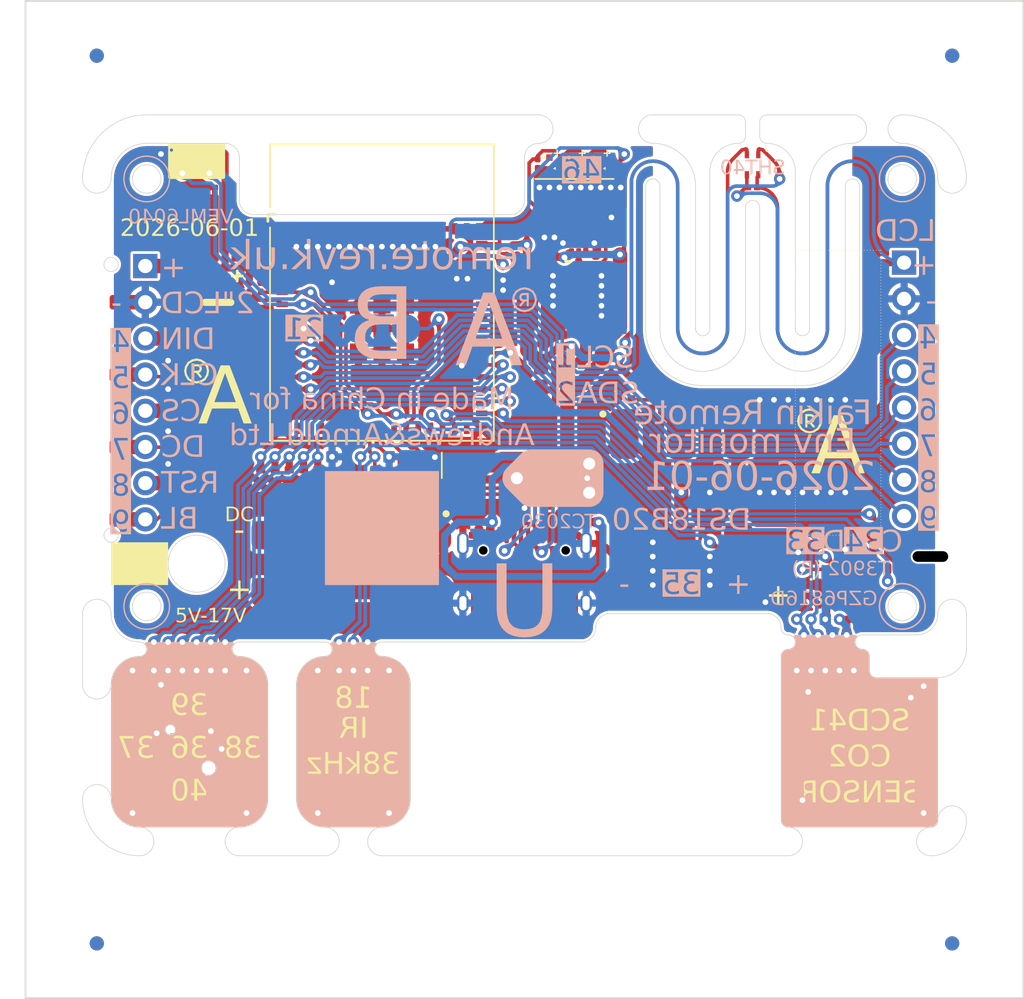
<source format=kicad_pcb>
(kicad_pcb (version 20241229) (generator "pcbnew") (generator_version "9.0")
  (title_block (title "Remote") (comment 1 "www.me.uk") (comment 2 "@TheRealRevK") (comment 3 "Adrian Kennard Andrews & Arnold Ltd"))
  (layers (0 "F.Cu" signal) (2 "B.Cu" signal) (13 "F.Paste" user) (15 "B.Paste" user) (5 "F.SilkS" user "F.Silkscreen") (7 "B.SilkS" user "B.Silkscreen") (1 "F.Mask" user) (3 "B.Mask" user) (25 "Edge.Cuts" user))
  (net 0 "")
  (net 1 "GND")
  (net 2 "+3.3V")
  (net 3 "Net-(U1-EN)")
  (net 4 "DC")
  (net 5 "Net-(D4-O)")
  (net 6 "LED")
  (net 7 "Net-(D19-A)")
  (net 8 "VBUS")
  (net 9 "TEMP")
  (net 10 "Net-(J5-Pin_2)")
  (net 11 "D-")
  (net 12 "D+")
  (net 15 "Net-(J6-CC2)")
  (net 16 "Net-(J6-CC1)")
  (net 20 "SDA")
  (net 33 "SCL")
  (net 48 "CS")
  (net 49 "CLK")
  (net 50 "DIN")
  (net 51 "RST")
  (net 52 "BL")
  (net 53 "VDC")
  (net 58 "P")
  (net 59 "E")
  (net 60 "N")
  (net 61 "S")
  (net 62 "W")
  (net 64 "Net-(D5-O)")
  (net 66 "MDATA")
  (net 67 "MCLK")
  (net 68 "Net-(U6-VCC)")
  (net 69 "IR")
  (net 71 "SW")
  (net 72 "BST")
  (net 73 "FB")
  (net 74 "EN")
  (footprint "RevK:C_0201" (layer "F.Cu") (at 100.925 76.425 90)
    (property "Reference" "C8" (hide yes))
    (property "Value" "100nF")
  )
  (footprint "RevK:R_0201" (layer "F.Cu") (at 98.75 100.8 90)
    (property "Reference" "R3" (hide yes))
    (property "Value" "5K1")
  )
  (footprint "RevK:R_0201" (layer "F.Cu") (at 102.6 80.2 -90)
    (property "Reference" "R11" (hide yes))
    (property "Value" "150k 1%")
  )
  (footprint "RevK:Switch-Nav5" (layer "F.Cu") (at 76.5 117.5 45)
    (property "Reference" "SW1" (hide yes))
    (property "Value" "~")
    (fp_circle (center 0 -1.9) (end 0.349999 -1.9) (stroke (width 0.05)) (fill no) (layer "Edge.Cuts"))
    (fp_circle (center 0 1.9) (end 0.5 1.899999) (stroke (width 0.05)) (fill no) (layer "Edge.Cuts"))
  )
  (footprint "RevK:DFN1006-2L" (layer "F.Cu") (at 84.5 98.4 -90)
    (property "Reference" "D7" (hide yes))
    (property "Value" "~")
  )
  (footprint "RevK:VEML6040-Side" (layer "F.Cu") (at 77 76)
    (property "Reference" "U8" (hide yes))
    (property "Value" "VEML6040")
  )
  (footprint "RevK:TestPad" (layer "F.Cu") (at 88 112)
    (property "Reference" "TP24" (hide yes))
    (property "Value" "TestPoint")
  )
  (footprint "RevK:C_0201" (layer "F.Cu") (at 98.75 81.25)
    (property "Reference" "C3" (hide yes))
    (property "Value" "1uF")
  )
  (footprint "RevK:DFN1006-2L" (layer "F.Cu") (at 85.5 98.4 -90)
    (property "Reference" "D3" (hide yes))
    (property "Value" "~")
  )
  (footprint "RevK:TestPad" (layer "F.Cu") (at 120.1 112)
    (property "Reference" "TP18" (hide yes))
    (property "Value" "TestPoint")
  )
  (footprint "RevK:R_0201" (layer "F.Cu") (at 85.7 113.5 45)
    (property "Reference" "R9" (hide yes))
    (property "Value" "47R")
  )
  (footprint "RevK:C_0201" (layer "F.Cu") (at 78.6 78.1)
    (property "Reference" "C9" (hide yes))
    (property "Value" "100nF")
  )
  (footprint "RevK:TestPad" (layer "F.Cu") (at 89.5 97)
    (property "Reference" "TP21" (hide yes))
    (property "Value" "TestPoint")
  )
  (footprint "RevK:TestPad" (layer "F.Cu") (at 75 112)
    (property "Reference" "TP10" (hide yes))
    (property "Value" "TestPoint")
  )
  (footprint "RevK:DFN1006-2L" (layer "F.Cu") (at 83.5 98.4 -90)
    (property "Reference" "D8" (hide yes))
    (property "Value" "~")
  )
  (footprint "RevK:TestPadSquare" (layer "F.Cu") (at 121.1 112)
    (property "Reference" "TP20" (hide yes))
    (property "Value" "TestPoint")
  )
  (footprint "RevK:DFN1006-2L" (layer "F.Cu") (at 81.5 98.4 -90)
    (property "Reference" "D10" (hide yes))
    (property "Value" "~")
  )
  (footprint "RevK:C_0201" (layer "F.Cu") (at 81.7 83.4 -90)
    (property "Reference" "C1" (hide yes))
    (property "Value" "100nF")
  )
  (footprint "RevK:TestPadSquare" (layer "F.Cu") (at 89 112)
    (property "Reference" "TP25" (hide yes))
    (property "Value" "TestPoint")
  )
  (footprint "RevK:TestPad" (layer "F.Cu") (at 76 112)
    (property "Reference" "TP9" (hide yes))
    (property "Value" "TestPoint")
  )
  (footprint "RevK:TestPad" (layer "F.Cu") (at 77 112)
    (property "Reference" "TP8" (hide yes))
    (property "Value" "TestPoint")
  )
  (footprint "RevK:L_5x5" (layer "F.Cu") (at 102 86 180)
    (property "Reference" "L2" (hide yes))
    (property "Value" "4.7uH")
  )
  (footprint "RevK:R_0201" (layer "F.Cu") (at 98.75 82.25 180)
    (property "Reference" "R5" (hide yes))
    (property "Value" "10K")
  )
  (footprint "RevK:R_0201" (layer "F.Cu") (at 80.7 85.1 -90)
    (property "Reference" "R7" (hide yes))
    (property "Value" "4k7")
  )
  (footprint "RevK:TestPadSquare" (layer "F.Cu") (at 121.1 108.4)
    (property "Reference" "TP16" (hide yes))
    (property "Value" "TestPoint")
  )
  (footprint "RevK:TestPad" (layer "F.Cu") (at 88.5 97)
    (property "Reference" "TP23" (hide yes))
    (property "Value" "TestPoint")
  )
  (footprint "RevK:TestPad" (layer "F.Cu") (at 122.1 112)
    (property "Reference" "TP19" (hide yes))
    (property "Value" "TestPoint")
  )
  (footprint "RevK:C_0201" (layer "F.Cu") (at 119.3 106.4 -90)
    (property "Reference" "C10" (hide yes))
    (property "Value" "100nF")
  )
  (footprint "RevK:TestPad" (layer "F.Cu") (at 122.1 108.4)
    (property "Reference" "TP15" (hide yes))
    (property "Value" "TestPoint")
  )
  (footprint "RevK:C_0201" (layer "F.Cu") (at 114 93 180)
    (property "Reference" "C11" (hide yes))
    (property "Value" "100nF")
  )
  (footprint "RevK:LCD2" (layer "F.Cu") (at 100 92.5)
    (property "Reference" "J1" (hide yes))
    (property "Value" "LCD")
    (fp_circle (center -26.5 -15) (end -25.5 -15) (stroke (width 0.05)) (fill no) (layer "Edge.Cuts"))
    (fp_circle (center -26.5 15) (end -25.5 15) (stroke (width 0.05)) (fill no) (layer "Edge.Cuts"))
    (fp_circle (center 26.5 -15) (end 27.5 -15) (stroke (width 0.05)) (fill no) (layer "Edge.Cuts"))
    (fp_circle (center 26.5 15) (end 27.5 15) (stroke (width 0.05)) (fill no) (layer "Edge.Cuts"))
  )
  (footprint "RevK:SMD1010-Side2" (layer "F.Cu") (at 103.925 76.425)
    (property "Reference" "D5" (hide yes))
    (property "Value" "XL-1010RGBC-WS2812B" (hide yes))
  )
  (footprint "RevK:C_0201" (layer "F.Cu") (at 102 80.2 90)
    (property "Reference" "C23" (hide yes))
    (property "Value" "18pF")
  )
  (footprint "RevK:D_SOD-123FL" (layer "F.Cu") (at 103 98.75 -90)
    (property "Reference" "D20" (hide yes))
    (property "Value" "DKS22")
  )
  (footprint "RevK:SMD1010-Side2" (layer "F.Cu") (at 102.175 76.425)
    (property "Reference" "D6" (hide yes))
    (property "Value" "XL-1010RGBC-WS2812B" (hide yes))
  )
  (footprint "RevK:DFN1006-2L" (layer "F.Cu") (at 107 93)
    (property "Reference" "D11" (hide yes))
    (property "Value" "~")
  )
  (footprint "RevK:TestPad" (layer "F.Cu") (at 78 112)
    (property "Reference" "TP7" (hide yes))
    (property "Value" "TestPoint")
  )
  (footprint "RevK:C_0201" (layer "F.Cu") (at 121.7 111)
    (property "Reference" "C5" (hide yes))
    (property "Value" "100nF")
  )
  (footprint "RevK:TestPad" (layer "F.Cu") (at 74 112)
    (property "Reference" "TP11" (hide yes))
    (property "Value" "TestPoint")
  )
  (footprint "RevK:C_0805" (layer "F.Cu") (at 102.0625 92.3 180)
    (property "Reference" "C20" (hide yes))
    (property "Value" "22uF 25V")
  )
  (footprint "RevK:TestPad" (layer "F.Cu") (at 81.5 97)
    (property "Reference" "TP5" (hide yes))
    (property "Value" "TestPoint")
  )
  (footprint "RevK:R_0201" (layer "F.Cu") (at 103.8 80.2 -90)
    (property "Reference" "R10" (hide yes))
    (property "Value" "100k")
  )
  (footprint "RevK:SCD41" (layer "F.Cu") (at 123.5 117.5 -90)
    (property "Reference" "U2" (hide yes))
    (property "Value" "SCD41")
  )
  (footprint "RevK:SOT-563" (layer "F.Cu") (at 103.8 81.9875 90)
    (property "Reference" "U9" (hide yes))
    (property "Value" "TPS562243")
  )
  (footprint "RevK:C_0603" (layer "F.Cu") (at 88 121)
    (property "Reference" "C13" (hide yes))
    (property "Value" "47uF")
  )
  (footprint "RevK:DFN1006-2L" (layer "F.Cu") (at 89.5 98.4 90)
    (property "Reference" "D12" (hide yes))
    (property "Value" "~")
  )
  (footprint "RevK:WAGO-2060-453-998-404" (layer "F.Cu") (at 111 100 90)
    (property "Reference" "J3" (hide yes))
    (property "Value" "TEMP")
  )
  (footprint "RevK:USB-C-Socket-H" (layer "F.Cu") (at 100 104.07)
    (property "Reference" "J6" (hide yes))
    (property "Value" "USB-C-Socket-H")
  )
  (footprint "RevK:CP_EIA-3528-21_Kemet-B" (layer "F.Cu") (at 78.5 86.6625 90)
    (property "Reference" "C4" (hide yes))
    (property "Value" "220uF Tant")
  )
  (footprint "RevK:TestPad" (layer "F.Cu") (at 119.1 108.4)
    (property "Reference" "TP13" (hide yes))
    (property "Value" "TestPoint")
  )
  (footprint "RevK:C_0201" (layer "F.Cu") (at 124.1 104)
    (property "Reference" "C12" (hide yes))
    (property "Value" "100nF")
  )
  (footprint "RevK:TestPad" (layer "F.Cu") (at 119.1 112)
    (property "Reference" "TP17" (hide yes))
    (property "Value" "TestPoint")
  )
  (footprint "RevK:TestPadSquare" (layer "F.Cu") (at 79 112)
    (property "Reference" "TP12" (hide yes))
    (property "Value" "TestPoint")
  )
  (footprint "RevK:DFN1006-2L" (layer "F.Cu") (at 82.5 98.4 -90)
    (property "Reference" "D9" (hide yes))
    (property "Value" "~")
  )
  (footprint "RevK:TestPad" (layer "F.Cu") (at 87 112)
    (property "Reference" "TP26" (hide yes))
    (property "Value" "TestPoint")
  )
  (footprint "RevK:TestPad" (layer "F.Cu") (at 85.5 97)
    (property "Reference" "TP1" (hide yes))
    (property "Value" "TestPoint")
  )
  (footprint "RevK:WAGO-2060-452-998-404" (layer "F.Cu") (at 88.5 104.5)
    (property "Reference" "J2" (hide yes))
    (property "Value" "DC")
  )
  (footprint "RevK:VCUT70" (layer "F.Cu") (at 129 100 -90)
    (property "Reference" "V4" (hide yes))
    (property "Value" "~")
  )
  (footprint "RevK:DFN1006-2L" (layer "F.Cu") (at 123.8 107.1 90)
    (property "Reference" "D14" (hide yes))
    (property "Value" "~")
  )
  (footprint "RevK:R_0201" (layer "F.Cu") (at 110 93)
    (property "Reference" "R13" (hide yes))
    (property "Value" "4k7")
  )
  (footprint "RevK:VCUT70" (layer "F.Cu") (at 100 75)
    (property "Reference" "V1" (hide yes))
    (property "Value" "~")
  )
  (footprint "RevK:Bosch_LGA-8_2x2.5mm_P0.65mm_ClockwisePinNumbering" (layer "F.Cu") (at 121.6 106.6)
    (property "Reference" "U5" (hide yes))
    (property "Value" "GZP6816D")
  )
  (footprint "RevK:DFN1006-2L" (layer "F.Cu") (at 123.8 105.3 -90)
    (property "Reference" "D13" (hide yes))
    (property "Value" "~")
  )
  (footprint "RevK:C_0201" (layer "F.Cu") (at 104.4 80.2 90)
    (property "Reference" "C22" (hide yes))
    (property "Value" "100nF")
  )
  (footprint "RevK:C_0201" (layer "F.Cu") (at 101.4 80.2 90)
    (property "Reference" "C25" (hide yes))
    (property "Value" "100nF")
  )
  (footprint "RevK:VCUT70" (layer "F.Cu") (at 100 123 180)
    (property "Reference" "V2" (hide yes))
    (property "Value" "~")
  )
  (footprint "RevK:C_0402" (layer "F.Cu") (at 101.6 82.8 180)
    (property "Reference" "C21" (hide yes))
    (property "Value" "100nF 25V" (hide yes))
  )
  (footprint "RevK:Sensirion_DFN-4_1.5x1.5mm_P0.5mm_SHT4x-Side" (layer "F.Cu") (at 116 76.5 -90)
    (property "Reference" "U7" (hide yes))
    (property "Value" "SHT40")
  )
  (footprint "RevK:SMD1010-Side2" (layer "F.Cu") (at 105.675 76.425)
    (property "Reference" "D4" (hide yes))
    (property "Value" "XL-1010RGBC-WS2812B" (hide yes))
  )
  (footprint "RevK:ESP32-S3-MINI-1" (layer "F.Cu") (at 90 88)
    (property "Reference" "U1" (hide yes))
    (property "Value" "ESP32-S3-MINI-1" (hide yes))
  )
  (footprint "RevK:TestPad" (layer "F.Cu") (at 84.5 97)
    (property "Reference" "TP2" (hide yes))
    (property "Value" "TestPoint")
  )
  (footprint "RevK:TestPadSquare" (layer "F.Cu") (at 90.5 97)
    (property "Reference" "TP22" (hide yes))
    (property "Value" "TestPoint")
  )
  (footprint "RevK:TestPad" (layer "F.Cu") (at 120.1 108.4)
    (property "Reference" "TP14" (hide yes))
    (property "Value" "TestPoint")
  )
  (footprint "RevK:D_SOD-123FL" (layer "F.Cu") (at 93.3 97.6 180)
    (property "Reference" "D19" (hide yes))
    (property "Value" "DKS22")
  )
  (footprint "RevK:TestPadSquare" (layer "F.Cu") (at 86.5 97)
    (property "Reference" "TP6" (hide yes))
    (property "Value" "TestPoint")
  )
  (footprint "RevK:PCB7070" (layer "F.Cu") (at 100 100)
    (property "Reference" "PCB1" (hide yes))
    (property "Value" "70x70" (hide yes))
    (fp_line (start -35 -35) (end 35 -35) (stroke (width 0.12)) (layer "Edge.Cuts"))
    (fp_line (start -35 35) (end -35 -35) (stroke (width 0.12)) (layer "Edge.Cuts"))
    (fp_line (start 35 -35) (end 35 35) (stroke (width 0.12)) (layer "Edge.Cuts"))
    (fp_line (start 35 35) (end -35 35) (stroke (width 0.12)) (layer "Edge.Cuts"))
  )
  (footprint "RevK:TestPad" (layer "F.Cu") (at 83.5 97)
    (property "Reference" "TP3" (hide yes))
    (property "Value" "TestPoint")
  )
  (footprint "RevK:VCUT70" (layer "F.Cu") (at 71 100 90)
    (property "Reference" "V3" (hide yes))
    (property "Value" "~")
  )
  (footprint "RevK:R_0201" (layer "F.Cu") (at 103.2 80.2 90)
    (property "Reference" "R12" (hide yes))
    (property "Value" "33k 1%")
  )
  (footprint "RevK:R_0201" (layer "F.Cu") (at 101.75 100.8 90)
    (property "Reference" "R4" (hide yes))
    (property "Value" "5K1")
  )
  (footprint "RevK:C_0201" (layer "F.Cu") (at 116 78.1 180)
    (property "Reference" "C6" (hide yes))
    (property "Value" "100nF")
  )
  (footprint "RevK:C_0201" (layer "F.Cu") (at 76.6 84.1 -90)
    (property "Reference" "C7" (hide yes))
    (property "Value" "100nF")
  )
  (footprint "RevK:C_0805" (layer "F.Cu") (at 102.1 90.5)
    (property "Reference" "C24" (hide yes))
    (property "Value" "47uF 6V")
  )
  (footprint "RevK:IR-SMD-4P,3.35x3.9mm" (layer "F.Cu") (at 88 117.5 -90)
    (property "Reference" "U6" (hide yes))
    (property "Value" "IRMHF384")
  )
  (footprint "RevK:R_0201" (layer "F.Cu") (at 81.5 85.1 -90)
    (property "Reference" "R6" (hide yes))
    (property "Value" "4k7")
  )
  (footprint "RevK:TestPad" (layer "F.Cu") (at 82.5 97)
    (property "Reference" "TP4" (hide yes))
    (property "Value" "TestPoint")
  )
  (footprint "RevK:T3902_MEMS_Mic_Open" (layer "F.Cu") (at 126.8 104 90)
    (property "Reference" "T1" (hide yes))
    (property "Value" "T3902_MEMS_Mic")
  )
  (footprint "RevK:Tag-Connect_TC2030-IDC-NL_2x03_P1.27mm_Vertical" (layer "B.Cu") (at 102 98.5)
    (property "Reference" "J7" (hide yes))
    (property "Value" "TC2030-USB-NL-DS")
  )
  (footprint "RevK:AA-Pad" (layer "B.Cu") (at 90 88 180)
    (property "Reference" "J5" (hide yes))
    (property "Value" "Reset")
  )
  (footprint "RevK:PinHeader_1x08_P2.54mm_Vertical" (layer "B.Cu") (at 126.625 83.375 180)
    (property "Reference" "J4" (hide yes))
    (property "Value" "LCD")
  )
  (gr_rect (start 71 103) (end 75 106) (fill yes) (layer "F.SilkS"))
  (gr_line (start 100.75 77.5) (end 106.25 77.5) (stroke (width 0.12)) (layer "F.SilkS"))
  (gr_circle (center 73.5 107.5) (end 75.1 107.5) (stroke (width 0.1)) (fill no) (layer "B.SilkS"))
  (gr_rect (start 86 98) (end 94 106) (fill yes) (layer "B.SilkS"))
  (gr_circle (center 126.5 77.5) (end 128.1 77.5) (stroke (width 0.1)) (fill no) (layer "B.SilkS"))
  (gr_circle (center 126.5 107.5) (end 128.1 107.5) (stroke (width 0.1)) (fill no) (layer "B.SilkS"))
  (gr_circle (center 126.5 107.5) (end 128.1 107.5) (stroke (width 0.1)) (fill no) (layer "B.SilkS"))
  (gr_circle (center 73.5 77.5) (end 75.1 77.5) (stroke (width 0.1)) (fill no) (layer "B.SilkS"))
  (gr_arc (start 80 125) (mid 79 124) (end 80 123) (stroke (width 0.05)) (layer "Edge.Cuts"))
  (gr_arc (start 109 75) (mid 108 74) (end 109 73) (stroke (width 0.05)) (layer "Edge.Cuts"))
  (gr_line (start 112.5 92) (end 119.5 92) (stroke (width 0.05)) (layer "Edge.Cuts"))
  (gr_line (start 73.5 75) (end 79 75) (stroke (width 0.05)) (layer "Edge.Cuts"))
  (gr_line (start 106 108) (end 117 108) (stroke (width 0.05)) (layer "Edge.Cuts"))
  (gr_arc (start 123.5 88) (mid 122.328427 90.828427) (end 119.5 92) (stroke (width 0.05)) (layer "Edge.Cuts"))
  (gr_arc (start 86 110) (mid 86.5 110.5) (end 86 111) (stroke (width 0.05)) (layer "Edge.Cuts"))
  (gr_arc (start 118.5 109.5) (mid 119 110) (end 118.5 110.5) (stroke (width 0.05)) (layer "Edge.Cuts"))
  (gr_arc (start 118 111) (mid 118.146447 110.646447) (end 118.5 110.5) (stroke (width 0.05)) (layer "Edge.Cuts"))
  (gr_arc (start 90 111) (mid 89.5 110.5) (end 90 110) (stroke (width 0.05)) (layer "Edge.Cuts"))
  (gr_arc (start 82 121) (mid 81.414214 122.414214) (end 80 123) (stroke (width 0.05)) (layer "Edge.Cuts"))
  (gr_arc (start 100 76) (mid 100.292893 75.292893) (end 101 75) (stroke (width 0.05)) (layer "Edge.Cuts"))
  (gr_line (start 82 121) (end 82 113) (stroke (width 0.05)) (layer "Edge.Cuts"))
  (gr_arc (start 71 77.5) (mid 70 78.5) (end 69 77.5) (stroke (width 0.05)) (layer "Edge.Cuts"))
  (gr_arc (start 86 123) (mid 84.585786 122.414214) (end 84 121) (stroke (width 0.05)) (layer "Edge.Cuts"))
  (gr_arc (start 117 108) (mid 117.707107 108.292893) (end 118 109) (stroke (width 0.05)) (layer "Edge.Cuts"))
  (gr_arc (start 105 109) (mid 104.707107 109.707107) (end 104 110) (stroke (width 0.05)) (layer "Edge.Cuts"))
  (gr_arc (start 122.5 78) (mid 123 77.5) (end 123.5 78) (stroke (width 0.05)) (layer "Edge.Cuts"))
  (gr_line (start 119 77) (end 119 88) (stroke (width 0.05)) (layer "Edge.Cuts"))
  (gr_arc (start 131 122.5) (mid 130.267767 124.267767) (end 128.5 125) (stroke (width 0.05)) (layer "Edge.Cuts"))
  (gr_arc (start 122.5 88) (mid 119.5 91) (end 116.5 88) (stroke (width 0.05)) (layer "Edge.Cuts"))
  (gr_arc (start 118.5 123) (mid 118.146447 122.853553) (end 118 122.5) (stroke (width 0.05)) (layer "Edge.Cuts"))
  (gr_arc (start 73 123) (mid 71.585786 122.414214) (end 71 121) (stroke (width 0.05)) (layer "Edge.Cuts"))
  (gr_arc (start 71 113) (mid 70 114) (end 69 113) (stroke (width 0.05)) (layer "Edge.Cuts"))
  (gr_arc (start 69 77.5) (mid 70.318019 74.318019) (end 73.5 73) (stroke (width 0.05)) (layer "Edge.Cuts"))
  (gr_line (start 127.5 109.5) (end 123.7 109.5) (stroke (width 0.05)) (layer "Edge.Cuts"))
  (gr_line (start 108.5 78) (end 108.5 88) (stroke (width 0.05)) (layer "Edge.Cuts"))
  (gr_arc (start 100 79) (mid 99.707107 79.707107) (end 99 80) (stroke (width 0.05)) (layer "Edge.Cuts"))
  (gr_circle (center 71 83.5) (end 71 84) (stroke (width 0.05)) (fill no) (layer "Edge.Cuts"))
  (gr_line (start 113 77) (end 113 88) (stroke (width 0.05)) (layer "Edge.Cuts"))
  (gr_arc (start 131 110.5) (mid 130.414214 111.914214) (end 129 112.5) (stroke (width 0.05)) (layer "Edge.Cuts"))
  (gr_line (start 131 108) (end 131 110.5) (stroke (width 0.05)) (layer "Edge.Cuts"))
  (gr_line (start 112 78) (end 112 88) (stroke (width 0.05)) (layer "Edge.Cuts"))
  (gr_arc (start 86 123) (mid 87 124) (end 86 125) (stroke (width 0.05)) (layer "Edge.Cuts"))
  (gr_arc (start 115.5 79.5) (mid 116 79) (end 116.5 79.5) (stroke (width 0.05)) (layer "Edge.Cuts"))
  (gr_line (start 101 73) (end 73.5 73) (stroke (width 0.05)) (layer "Edge.Cuts"))
  (gr_arc (start 129 108) (mid 130 107) (end 131 108) (stroke (width 0.05)) (layer "Edge.Cuts"))
  (gr_line (start 120 78) (end 120 88) (stroke (width 0.05)) (layer "Edge.Cuts"))
  (gr_arc (start 124.7 112.5) (mid 124.346447 112.353553) (end 124.2 112) (stroke (width 0.05)) (layer "Edge.Cuts"))
  (gr_arc (start 117 75) (mid 116.646447 74.853553) (end 116.5 74.5) (stroke (width 0.05)) (layer "Edge.Cuts"))
  (gr_line (start 115.5 73.5) (end 115.5 74.5) (stroke (width 0.05)) (layer "Edge.Cuts"))
  (gr_arc (start 90 125) (mid 89 124) (end 90 123) (stroke (width 0.05)) (layer "Edge.Cuts"))
  (gr_arc (start 73 110) (mid 73.5 110.5) (end 73 111) (stroke (width 0.05)) (layer "Edge.Cuts"))
  (gr_line (start 109 73) (end 115 73) (stroke (width 0.05)) (layer "Edge.Cuts"))
  (gr_arc (start 92 121) (mid 91.414214 122.414214) (end 90 123) (stroke (width 0.05)) (layer "Edge.Cuts"))
  (gr_line (start 92 113) (end 92 121) (stroke (width 0.05)) (layer "Edge.Cuts"))
  (gr_arc (start 109 75) (mid 111.12132 75.87868) (end 112 78) (stroke (width 0.05)) (layer "Edge.Cuts"))
  (gr_arc (start 80 111) (mid 79.5 110.5) (end 80 110) (stroke (width 0.05)) (layer "Edge.Cuts"))
  (gr_arc (start 118.5 123) (mid 119.5 124) (end 118.5 125) (stroke (width 0.05)) (layer "Edge.Cuts"))
  (gr_arc (start 120 88) (mid 119.5 88.5) (end 119 88) (stroke (width 0.05)) (layer "Edge.Cuts"))
  (gr_line (start 69 108) (end 69 113) (stroke (width 0.05)) (layer "Edge.Cuts"))
  (gr_arc (start 129 122.5) (mid 130 121.5) (end 131 122.5) (stroke (width 0.05)) (layer "Edge.Cuts"))
  (gr_arc (start 73 110) (mid 71.585786 109.414214) (end 71 108) (stroke (width 0.05)) (layer "Edge.Cuts"))
  (gr_line (start 124.2 111) (end 124.2 112) (stroke (width 0.05)) (layer "Edge.Cuts"))
  (gr_line (start 80 76) (end 80 79) (stroke (width 0.05)) (layer "Edge.Cuts"))
  (gr_line (start 90 125) (end 118.5 125) (stroke (width 0.05)) (layer "Edge.Cuts"))
  (gr_arc (start 101 73) (mid 102 74) (end 101 75) (stroke (width 0.05)) (layer "Edge.Cuts"))
  (gr_arc (start 108.5 78) (mid 109 77.5) (end 109.5 78) (stroke (width 0.05)) (layer "Edge.Cuts"))
  (gr_line (start 117 73) (end 123 73) (stroke (width 0.05)) (layer "Edge.Cuts"))
  (gr_arc (start 90 111) (mid 91.414214 111.585786) (end 92 113) (stroke (width 0.05)) (layer "Edge.Cuts"))
  (gr_line (start 104 110) (end 90 110) (stroke (width 0.05)) (layer "Edge.Cuts"))
  (gr_arc (start 69 121) (mid 70 120) (end 71 121) (stroke (width 0.05)) (layer "Edge.Cuts"))
  (gr_arc (start 116.5 73.5) (mid 116.646447 73.146447) (end 117 73) (stroke (width 0.05)) (layer "Edge.Cuts"))
  (gr_arc (start 71 77.5) (mid 71.732233 75.732233) (end 73.5 75) (stroke (width 0.05)) (layer "Edge.Cuts"))
  (gr_line (start 109.5 78) (end 109.5 88) (stroke (width 0.05)) (layer "Edge.Cuts"))
  (gr_line (start 123.5 88) (end 123.5 78) (stroke (width 0.05)) (layer "Edge.Cuts"))
  (gr_arc (start 84 113) (mid 84.585786 111.585786) (end 86 111) (stroke (width 0.05)) (layer "Edge.Cuts"))
  (gr_line (start 86 110) (end 80 110) (stroke (width 0.05)) (layer "Edge.Cuts"))
  (gr_arc (start 126.5 73) (mid 129.681981 74.318019) (end 131 77.5) (stroke (width 0.05)) (layer "Edge.Cuts"))
  (gr_arc (start 79 75) (mid 79.707107 75.292893) (end 80 76) (stroke (width 0.05)) (layer "Edge.Cuts"))
  (gr_line (start 84 113) (end 84 121) (stroke (width 0.05)) (layer "Edge.Cuts"))
  (gr_line (start 116.5 73.5) (end 116.5 74.5) (stroke (width 0.05)) (layer "Edge.Cuts"))
  (gr_arc (start 123.7 110.5) (mid 123.2 110) (end 123.7 109.5) (stroke (width 0.05)) (layer "Edge.Cuts"))
  (gr_arc (start 113 88) (mid 112.5 88.5) (end 112 88) (stroke (width 0.05)) (layer "Edge.Cuts"))
  (gr_arc (start 117 75) (mid 118.414214 75.585786) (end 119 77) (stroke (width 0.05)) (layer "Edge.Cuts"))
  (gr_arc (start 118.5 109.5) (mid 118.146447 109.353553) (end 118 109) (stroke (width 0.05)) (layer "Edge.Cuts"))
  (gr_arc (start 80 111) (mid 81.414214 111.585786) (end 82 113) (stroke (width 0.05)) (layer "Edge.Cuts"))
  (gr_line (start 122.5 78) (end 122.5 88) (stroke (width 0.05)) (layer "Edge.Cuts"))
  (gr_line (start 100 79) (end 100 76) (stroke (width 0.05)) (layer "Edge.Cuts"))
  (gr_arc (start 129 122.5) (mid 128.853553 122.853553) (end 128.5 123) (stroke (width 0.05)) (layer "Edge.Cuts"))
  (gr_arc (start 131 77.5) (mid 130 78.5) (end 129 77.5) (stroke (width 0.05)) (layer "Edge.Cuts"))
  (gr_line (start 116.5 79.5) (end 116.5 88) (stroke (width 0.05)) (layer "Edge.Cuts"))
  (gr_arc (start 105 109) (mid 105.292893 108.292893) (end 106 108) (stroke (width 0.05)) (layer "Edge.Cuts"))
  (gr_arc (start 69 108) (mid 70 107) (end 71 108) (stroke (width 0.05)) (layer "Edge.Cuts"))
  (gr_arc (start 128.5 125) (mid 127.5 124) (end 128.5 123) (stroke (width 0.05)) (layer "Edge.Cuts"))
  (gr_arc (start 81 80) (mid 80.292893 79.707107) (end 80 79) (stroke (width 0.05)) (layer "Edge.Cuts"))
  (gr_arc (start 113 77) (mid 113.585786 75.585786) (end 115 75) (stroke (width 0.05)) (layer "Edge.Cuts"))
  (gr_line (start 115.5 79.5) (end 115.5 88) (stroke (width 0.05)) (layer "Edge.Cuts"))
  (gr_circle (center 71 102.5) (end 71 103) (stroke (width 0.05)) (fill no) (layer "Edge.Cuts"))
  (gr_arc (start 123.7 110.5) (mid 124.053553 110.646447) (end 124.2 111) (stroke (width 0.05)) (layer "Edge.Cuts"))
  (gr_line (start 124.7 112.5) (end 129 112.5) (stroke (width 0.05)) (layer "Edge.Cuts"))
  (gr_arc (start 129 108) (mid 128.56066 109.06066) (end 127.5 109.5) (stroke (width 0.05)) (layer "Edge.Cuts"))
  (gr_arc (start 115.5 88) (mid 112.5 91) (end 109.5 88) (stroke (width 0.05)) (layer "Edge.Cuts"))
  (gr_line (start 86 125) (end 80 125) (stroke (width 0.05)) (layer "Edge.Cuts"))
  (gr_arc (start 123 73) (mid 124 74) (end 123 75) (stroke (width 0.05)) (layer "Edge.Cuts"))
  (gr_arc (start 126.5 75) (mid 125.5 74) (end 126.5 73) (stroke (width 0.05)) (layer "Edge.Cuts"))
  (gr_line (start 118 111) (end 118 122.5) (stroke (width 0.05)) (layer "Edge.Cuts"))
  (gr_arc (start 115 73) (mid 115.353553 73.146447) (end 115.5 73.5) (stroke (width 0.05)) (layer "Edge.Cuts"))
  (gr_arc (start 73 123) (mid 74 124) (end 73 125) (stroke (width 0.05)) (layer "Edge.Cuts"))
  (gr_arc (start 115.5 74.5) (mid 115.353553 74.853553) (end 115 75) (stroke (width 0.05)) (layer "Edge.Cuts"))
  (gr_arc (start 120 78) (mid 120.87868 75.87868) (end 123 75) (stroke (width 0.05)) (layer "Edge.Cuts"))
  (gr_arc (start 126.5 75) (mid 128.267767 75.732233) (end 129 77.5) (stroke (width 0.05)) (layer "Edge.Cuts"))
  (gr_line (start 81 80) (end 99 80) (stroke (width 0.05)) (layer "Edge.Cuts"))
  (gr_arc (start 71 113) (mid 71.585786 111.585786) (end 73 111) (stroke (width 0.05)) (layer "Edge.Cuts"))
  (gr_arc (start 73 125) (mid 70.171573 123.828427) (end 69 121) (stroke (width 0.05)) (layer "Edge.Cuts"))
  (gr_circle (center 77 104.5) (end 79 104.5) (stroke (width 0.05)) (fill no) (layer "Edge.Cuts"))
  (gr_arc (start 112.5 92) (mid 109.671573 90.828427) (end 108.5 88) (stroke (width 0.05)) (layer "Edge.Cuts"))
  (gr_text "-" (at 80 102.3 180) (layer "F.SilkS") (effects (font (size 1.5 1.5))))
  (gr_text "DC" (at 80 101.1 0) (layer "F.SilkS") (effects (font (size 1 1))))
  (gr_text "." (at 86.4 114.9 0) (layer "F.SilkS" knockout) (effects (font (size 1 1)) (justify left bottom)))
  (gr_text "5V-17V" (at 80.5 108.2 0) (layer "F.SilkS") (effects (font (size 1 1)) (justify right)))
  (gr_text "${CURRENT_DATE}" (at 76.5 81 0) (layer "F.SilkS") (effects (font (size 1.2 1.2))))
  (gr_text "+" (at 80 106.3 180) (layer "F.SilkS") (effects (font (size 1.5 1.5))))
  (gr_text "+" (at 117.8 106.7 180) (layer "F.SilkS") (effects (font (size 1.5 1.5))))
  (gr_text "®" (at 120 94.5 0) (layer "F.SilkS") (effects (font (size 1.2 1.2))))
  (gr_text "®" (at 77 91 0) (layer "F.SilkS") (effects (font (size 1.2 1.2))))
  (gr_text "." (at 74.9 75.65 0) (layer "F.SilkS" knockout) (effects (font (size 1 1)) (justify left bottom)))
  (gr_text "1" (at 125.7 114.3 0) (layer "F.SilkS" knockout) (effects (font (size 1 1)) (justify left bottom)))
  (gr_text "A" (at 79 93 0) (layer "F.SilkS") (effects (font (size 4 4))))
  (gr_text "A" (at 122 96.5 0) (layer "F.SilkS") (effects (font (size 4 4))))
  (gr_text "." (at 81 119.5 0) (layer "F.SilkS" knockout) (effects (font (size 1 1)) (justify left bottom)))
  (gr_text "40" (at 76.5 120.5 0) (layer "B.SilkS" knockout) (effects (font (size 1.5 1.5)) (justify mirror)))
  (gr_text "LCD" (at 124.6 82.1 0) (layer "B.SilkS") (effects (font (size 1.5 1.5)) (justify right bottom mirror)))
  (gr_text "21" (at 83.2 89 0) (layer "B.SilkS" knockout) (effects (font (size 1.5 1.5)) (justify right bottom mirror)))
  (gr_text "34" (at 123.8 103.9 0) (layer "B.SilkS" knockout) (effects (font (size 1.5 1.5)) (justify bottom mirror)))
  (gr_text "35" (at 111 106 0) (layer "B.SilkS" knockout) (effects (font (size 1.5 1.5)) (justify mirror)))
  (gr_text "U" (at 100 107.5 0) (layer "B.SilkS") (effects (font (size 5 5)) (justify mirror)))
  (gr_text "+" (at 115 106 0) (layer "B.SilkS") (effects (font (size 1.5 1.5)) (justify mirror)))
  (gr_text "4\n5\n6\n7\n8\n9" (at 71 102.5 0) (layer "B.SilkS" knockout) (effects (font (size 1.5 1.5)) (justify right bottom mirror)))
  (gr_text "4\n5\n6\n7\n8\n9" (at 129 102.25 0) (layer "B.SilkS" knockout) (effects (font (size 1.5 1.5)) (justify left bottom mirror)))
  (gr_text "TC2030" (at 102.4 101.6 0) (layer "B.SilkS") (effects (font (size 1 1)) (justify mirror)))
  (gr_text "SHT40" (at 116 76.75 0) (layer "B.SilkS") (effects (font (size 1 1)) (justify mirror)))
  (gr_text "remote.revk.uk" (at 90 83 0) (layer "B.SilkS") (effects (font (size 2 2)) (justify mirror)))
  (gr_text "33" (at 119.7 103.9 0) (layer "B.SilkS" knockout) (effects (font (size 1.5 1.5)) (justify bottom mirror)))
  (gr_text "-" (at 71 87.15 0) (layer "B.SilkS") (effects (font (size 1.5 1.5)) (justify right bottom mirror)))
  (gr_text "18" (at 88 114 0) (layer "B.SilkS" knockout) (effects (font (size 1.5 1.5)) (justify mirror)))
  (gr_text "+\n2{dblquote}LCD\nDIN\nCLK\nCS\nDC\nRST\nBL" (at 74.5 102.3 0) (layer "B.SilkS") (effects (font (size 1.5 1.5)) (justify right bottom mirror)))
  (gr_text "T3902 (R)" (at 122.2 104.9 0) (layer "B.SilkS") (effects (font (size 1 1)) (justify mirror)))
  (gr_text "GZP6816D" (at 121 107 0) (layer "B.SilkS") (effects (font (size 1 1)) (justify mirror)))
  (gr_text "®" (at 100 86 0) (layer "B.SilkS") (effects (font (size 1.2 1.2)) (justify mirror)))
  (gr_text "1\n2" (at 102.2 93.5 0) (layer "B.SilkS" knockout) (effects (font (size 1.5 1.5)) (justify right bottom mirror)))
  (gr_text "${CURRENT_DATE}" (at 116.5 98.5 0) (layer "B.SilkS") (effects (font (size 2 2)) (justify mirror)))
  (gr_text "D" (at 121.7 103.9 0) (layer "B.SilkS") (effects (font (size 1.5 1.5)) (justify bottom mirror)))
  (gr_text "38" (at 80.25 117.5 0) (layer "B.SilkS" knockout) (effects (font (size 1.5 1.5)) (justify mirror)))
  (gr_text "37" (at 72.75 117.5 0) (layer "B.SilkS" knockout) (effects (font (size 1.5 1.5)) (justify mirror)))
  (gr_text "Faikin Remote" (at 116 94 0) (layer "B.SilkS") (effects (font (size 1.7 1.7)) (justify mirror)))
  (gr_text "Made in China for\nAndrews&Arnold Ltd" (at 90 94.3 0) (layer "B.SilkS") (effects (font (size 1.5 1.5)) (justify mirror)))
  (gr_text "Env monitor" (at 116 96 0) (layer "B.SilkS") (effects (font (size 1.7 1.7)) (justify mirror)))
  (gr_text "DS18B20" (at 111 101.5 0) (layer "B.SilkS") (effects (font (size 1.5 1.5)) (justify mirror)))
  (gr_text "IR\n38kHz" (at 88 119.5 0) (layer "B.SilkS" knockout) (effects (font (size 1.5 1.5)) (justify bottom mirror)))
  (gr_text "VEML6040" (at 75.9 80.2 0) (layer "B.SilkS") (effects (font (size 1 1)) (justify mirror)))
  (gr_text "-" (at 107 106 0) (layer "B.SilkS") (effects (font (size 1.5 1.5)) (justify mirror)))
  (gr_text "SCD41\nCO2\nSENSOR" (at 123.5 121.5 0) (layer "B.SilkS" knockout) (effects (font (size 1.5 1.5)) (justify bottom mirror)))
  (gr_text "39" (at 76.5 114.5 0) (layer "B.SilkS" knockout) (effects (font (size 1.5 1.5)) (justify mirror)))
  (gr_text "46" (at 104 77 0) (layer "B.SilkS" knockout) (effects (font (size 1.5 1.5)) (justify mirror)))
  (gr_text "A" (at 97.5 88.5 0) (layer "B.SilkS") (effects (font (size 5 5)) (justify mirror)))
  (gr_text "C" (at 125.8 103.9 0) (layer "B.SilkS") (effects (font (size 1.5 1.5)) (justify bottom mirror)))
  (gr_text "+\n-" (at 128.9 87 0) (layer "B.SilkS") (effects (font (size 1.5 1.5)) (justify left bottom mirror)))
  (gr_text "SCL\nSDA" (at 103.7 93.5 0) (layer "B.SilkS") (effects (font (size 1.5 1.5)) (justify right bottom mirror)))
  (gr_text "36" (at 76.5 117.5 0) (layer "B.SilkS" knockout) (effects (font (size 1.5 1.5)) (justify mirror)))
  (segment (start 121.6 109.2) (end 121.1 108.7) (width 0.5) (layer "F.Cu") (net 1))
  (segment (start 98.893494 80.526) (end 97.474 80.526) (width 0.5) (layer "F.Cu") (net 1))
  (segment (start 122.9 106.7) (end 121.552 106.7) (width 0.25) (layer "F.Cu") (net 1))
  (segment (start 76.05 75.65) (end 76.85 75.65) (width 0.5) (layer "F.Cu") (net 1))
  (segment (start 103.74 102.5) (end 104.32 103.08) (width 0.5) (layer "F.Cu") (net 1))
  (segment (start 105 87.5) (end 105.4 87.1) (width 0.5) (layer "F.Cu") (net 1))
  (segment (start 122.5 104.3) (end 122.5 103.5) (width 0.5) (layer "F.Cu") (net 1))
  (segment (start 119.5 115) (end 121 115) (width 0.5) (layer "F.Cu") (net 1))
  (segment (start 104.774 77.326) (end 105.25 76.85) (width 0.25) (layer "F.Cu") (net 1))
  (segment (start 123.8 104.8) (end 123 104.8) (width 0.5) (layer "F.Cu") (net 1))
  (segment (start 120.625 105.8) (end 120.325 106.1) (width 0.5) (layer "F.Cu") (net 1))
  (segment (start 121.275 106.977) (end 121.275 107.4) (width 0.5) (layer "F.Cu") (net 1))
  (segment (start 97.474 80.526) (end 97 81) (width 0.5) (layer "F.Cu") (net 1))
  (segment (start 76.85 75.65) (end 77 75.8) (width 0.5) (layer "F.Cu") (net 1))
  (segment (start 79.75 113.95) (end 79.75 114.25) (width 0.5) (layer "F.Cu") (net 1))
  (segment (start 120.625 105.8) (end 120.625 106.327) (width 0.5) (layer "F.Cu") (net 1))
  (segment (start 121 115) (end 122.3 116.3) (width 0.5) (layer "F.Cu") (net 1))
  (segment (start 103.5 76.85) (end 103.976 77.326) (width 0.25) (layer "F.Cu") (net 1))
  (segment (start 127.5 115) (end 123.6 115) (width 0.5) (layer "F.Cu") (net 1))
  (segment (start 123.6 115) (end 122.3 116.3) (width 0.5) (layer "F.Cu") (net 1))
  (segment (start 121.552 106.7) (end 121.275 106.977) (width 0.25) (layer "F.Cu") (net 1))
  (segment (start 99.25 81.25) (end 99.25 80.882506) (width 0.5) (layer "F.Cu") (net 1))
  (segment (start 102.226 77.326) (end 103.024 77.326) (width 0.25) (layer "F.Cu") (net 1))
  (segment (start 89 112) (end 89 110) (width 0.25) (layer "F.Cu") (net 1))
  (segment (start 121.1 111.259) (end 121.359 111) (width 0.5) (layer "F.Cu") (net 1))
  (segment (start 105 88.997585) (end 105 87.5) (width 0.5) (layer "F.Cu") (net 1))
  (segment (start 128.25 82.4) (end 128.25 85.75) (width 0.25) (layer "F.Cu") (net 1))
  (segment (start 90.5 97) (end 89.8 96.3) (width 0.25) (layer "F.Cu") (net 1))
  (segment (start 79 113.2) (end 79.75 113.95) (width 0.5) (layer "F.Cu") (net 1))
  (segment (start 78.833452 115.166548) (end 79.75 114.25) (width 0.5) (layer "F.Cu") (net 1))
  (segment (start 128.085 85.915) (end 126.625 85.915) (width 0.25) (layer "F.Cu") (net 1))
  (segment (start 103.976 77.326) (end 104.774 77.326) (width 0.25) (layer "F.Cu") (net 1))
  (segment (start 121.1 112) (end 121.1 111.259) (width 0.5) (layer "F.Cu") (net 1))
  (segment (start 103.2 102.5) (end 103.74 102.5) (width 0.5) (layer "F.Cu") (net 1))
  (segment (start 121.6 109.5) (end 121.6 109.2) (width 0.5) (layer "F.Cu") (net 1))
  (segment (start 99.25 80.882506) (end 98.893494 80.526) (width 0.5) (layer "F.Cu") (net 1))
  (segment (start 128.25 85.75) (end 128.085 85.915) (width 0.25) (layer "F.Cu") (net 1))
  (segment (start 106.401968 77.326) (end 106.8 76.927968) (width 0.25) (layer "F.Cu") (net 1))
  (segment (start 79 112) (end 79 113.2) (width 0.5) (layer "F.Cu") (net 1))
  (segment (start 117.75 79.53) (end 117.75 88) (width 0.25) (layer "F.Cu") (net 1))
  (segment (start 77 75.8) (end 77 77.614702) (width 0.5) (layer "F.Cu") (net 1))
  (segment (start 105.25 76.85) (end 105.726 77.326) (width 0.25) (layer "F.Cu") (net 1))
  (segment (start 76.05 75.65) (end 74.6 75.65) (width 0.5) (layer "F.Cu") (net 1))
  (segment (start 103.497585 90.5) (end 105 88.997585) (width 0.5) (layer "F.Cu") (net 1))
  (segment (start 123.8 107.6) (end 122.9 106.7) (width 0.25) (layer "F.Cu") (net 1))
  (segment (start 103.0375 90.5) (end 103.497585 90.5) (width 0.5) (layer "F.Cu") (net 1))
  (segment (start 103.024 77.326) (end 103.5 76.85) (width 0.25) (layer "F.Cu") (net 1))
  (segment (start 105.726 77.326) (end 106.401968 77.326) (width 0.25) (layer "F.Cu") (net 1))
  (segment (start 124.499166 78.649166) (end 124.499166 77.749166) (width 0.25) (layer "F.Cu") (net 1))
  (segment (start 120.625 106.327) (end 121.275 106.977) (width 0.5) (layer "F.Cu") (net 1))
  (segment (start 101.75 76.85) (end 102.226 77.326) (width 0.25) (layer "F.Cu") (net 1))
  (segment (start 121.25 88) (end 121.25 78) (width 0.25) (layer "F.Cu") (net 1))
  (segment (start 121.1 108.7) (end 121.1 108.4) (width 0.5) (layer "F.Cu") (net 1))
  (segment (start 116.32 77.393137) (end 116.32 78.1) (width 0.25) (layer "F.Cu") (net 1))
  (segment (start 123 104.8) (end 122.5 104.3) (width 0.5) (layer "F.Cu") (net 1))
  (segment (start 124.499166 78.649166) (end 128.25 82.4) (width 0.25) (layer "F.Cu") (net 1))
  (segment (start 74.6 75.65) (end 74.5 75.75) (width 0.5) (layer "F.Cu") (net 1))
  (via (at 90.75 82.25) (size 0.8) (drill 0.4) (layers "F.Cu" "B.Cu") (net 1))
  (via (at 120.5 99.5) (size 0.8) (drill 0.4) (layers "F.Cu" "B.Cu") (net 1))
  (via (at 79 110) (size 0.8) (drill 0.4) (layers "F.Cu" "B.Cu") (net 1))
  (via (at 95.6 90.6) (size 0.8) (drill 0.4) (layers "F.Cu" "B.Cu") (net 1))
  (via (at 102.7 82) (size 0.8) (drill 0.4) (layers "F.Cu" "B.Cu") (net 1))
  (via (at 105.4 87.1) (size 0.8) (drill 0.4) (layers "F.Cu" "B.Cu") (net 1))
  (via (at 102.45 78.1) (size 0.8) (drill 0.4) (layers "F.Cu" "B.Cu") (net 1))
  (via (at 119.5 99.5) (size 0.8) (drill 0.4) (layers "F.Cu" "B.Cu") (net 1))
  (via (at 101.05 78.1) (size 0.8) (drill 0.4) (layers "F.Cu" "B.Cu") (net 1))
  (via (at 75 90.25) (size 0.8) (drill 0.4) (layers "F.Cu" "B.Cu") (net 1))
  (via (at 123.1 112) (size 0.8) (drill 0.4) (layers "F.Cu" "B.Cu") (net 1))
  (via (at 90.5 112) (size 0.8) (drill 0.4) (layers "F.Cu" "B.Cu") (net 1))
  (via (at 109 105) (size 0.8) (drill 0.4) (layers "F.Cu" "B.Cu") (net 1))
  (via (at 106.05 78.1) (size 0.8) (drill 0.4) (layers "F.Cu" "B.Cu") (net 1))
  (via (at 122.5 103.5) (size 0.8) (drill 0.4) (layers "F.Cu" "B.Cu") (net 1))
  (via (at 104.65 78.1) (size 0.8) (drill 0.4) (layers "F.Cu" "B.Cu") (net 1))
  (via (at 103.95 78.1) (size 0.8) (drill 0.4) (layers "F.Cu" "B.Cu") (net 1))
  (via (at 86.5 84.75) (size 0.8) (drill 0.4) (layers "F.Cu" "B.Cu") (net 1))
  (via (at 122.5 93) (size 0.8) (drill 0.4) (layers "F.Cu" "B.Cu") (net 1))
  (via (at 93.75 82.25) (size 0.8) (drill 0.4) (layers "F.Cu" "B.Cu") (net 1))
  (via (at 96 84.5) (size 0.8) (drill 0.4) (layers "F.Cu" "B.Cu") (net 1))
  (via (at 74.5 75.75) (size 0.8) (drill 0.4) (layers "F.Cu" "B.Cu") (net 1))
  (via (at 122.5 99.5) (size 0.8) (drill 0.4) (layers "F.Cu" "B.Cu") (net 1))
  (via (at 74.5 113) (size 0.8) (drill 0.4) (layers "F.Cu" "B.Cu") (net 1))
  (via (at 90 82.25) (size 0.8) (drill 0.4) (layers "F.Cu" "B.Cu") (net 1))
  (via (at 101.4 81.6) (size 0.8) (drill 0.4) (layers "F.Cu" "B.Cu") (net 1))
  (via (at 113 104) (size 0.8) (drill 0.4) (layers "F.Cu" "B.Cu") (net 1))
  (via (at 93.713403 97.022434) (size 0.8) (drill 0.4) (layers "F.Cu" "B.Cu") (net 1))
  (via (at 109 104) (size 0.8) (drill 0.4) (layers "F.Cu" "B.Cu") (net 1))
  (via (at 116.5 93) (size 0.8) (drill 0.4) (layers "F.Cu" "B.Cu") (net 1))
  (via (at 102 86.4) (size 0.8) (drill 0.4) (layers "F.Cu" "B.Cu") (net 1))
  (via (at 102.1 81.6) (size 0.8) (drill 0.4) (layers "F.Cu" "B.Cu") (net 1))
  (via (at 89 110) (size 0.8) (drill 0.4) (layers "F.Cu" "B.Cu") (net 1))
  (via (at 116.5 99.5) (size 0.8) (drill 0.4) (layers "F.Cu" "B.Cu") (net 1))
  (via (at 121.6 109.5) (size 0.8) (drill 0.4) (layers "F.Cu" "B.Cu") (net 1))
  (via (at 119.5 93) (size 0.8) (drill 0.4) (layers "F.Cu" "B.Cu") (net 1))
  (via (at 113 99.5) (size 0.8) (drill 0.4) (layers "F.Cu" "B.Cu") (net 1))
  (via (at 85.5 112) (size 0.8) (drill 0.4) (layers "F.Cu" "B.Cu") (net 1))
  (via (at 75 97.5) (size 0.8) (drill 0.4) (layers "F.Cu" "B.Cu") (net 1))
  (via (at 98.5 84.6) (size 0.8) (drill 0.4) (layers "F.Cu" "B.Cu") (net 1))
  (via (at 88.5 82.25) (size 0.8) (drill 0.4) (layers "F.Cu" "B.Cu") (net 1))
  (via (at 72.5 112) (size 0.8) (drill 0.4) (layers "F.Cu" "B.Cu") (net 1))
  (via (at 80.5 112) (size 0.8) (drill 0.4) (layers "F.Cu" "B.Cu") (net 1))
  (via (at 118.5 99.5) (size 0.8) (drill 0.4) (layers "F.Cu" "B.Cu") (net 1))
  (via (at 128 113.1) (size 0.8) (drill 0.4) (layers "F.Cu" "B.Cu") (net 1))
  (via (at 121.5 99.5) (size 0.8) (drill 0.4) (layers "F.Cu" "B.Cu") (net 1))
  (via (at 100 100.6) (size 0.8) (drill 0.4) (layers "F.Cu" "B.Cu") (net 1))
  (via (at 119.2 103.7) (size 0.8) (drill 0.4) (layers "F.Cu" "B.Cu") (net 1))
  (via (at 113 105) (size 0.8) (drill 0.4) (layers "F.Cu" "B.Cu") (net 1))
  (via (at 105.35 78.1) (size 0.8) (drill 0.4) (layers "F.Cu" "B.Cu") (net 1))
  (via (at 101.75 78.1) (size 0.8) (drill 0.4) (layers "F.Cu" "B.Cu") (net 1))
  (via (at 89.25 82.25) (size 0.8) (drill 0.4) (layers "F.Cu" "B.Cu") (net 1))
  (via (at 116.9 107.2) (size 0.8) (drill 0.4) (layers "F.Cu" "B.Cu") (net 1))
  (via (at 128 122) (size 0.8) (drill 0.4) (layers "F.Cu" "B.Cu") (net 1))
  (via (at 84 82.25) (size 0.8) (drill 0.4) (layers "F.Cu" "B.Cu") (net 1))
  (via (at 85.5 122) (size 0.8) (drill 0.4) (layers "F.Cu" "B.Cu") (net 1))
  (via (at 106.1 80.2) (size 0.8) (drill 0.4) (layers "F.Cu" "B.Cu") (net 1))
  (via (at 98.5 85.3) (size 0.8) (drill 0.4) (layers "F.Cu" "B.Cu") (net 1))
  (via (at 85.5 82.25) (size 0.8) (drill 0.4) (layers "F.Cu" "B.Cu") (net 1))
  (via (at 105.4 85) (size 0.8) (drill 0.4) (layers "F.Cu" "B.Cu") (net 1))
  (via (at 119.9 113.5) (size 0.8) (drill 0.4) (layers "F.Cu" "B.Cu") (net 1))
  (via (at 104.4 98.5) (size 0.8) (drill 0.4) (layers "F.Cu" "B.Cu") (net 1))
  (via (at 118.5 93) (size 0.8) (drill 0.4) (layers "F.Cu" "B.Cu") (net 1))
  (via (at 80.5 122) (size 0.8) (drill 0.4) (layers "F.Cu" "B.Cu") (net 1))
  (via (at 106.75 78.1) (size 0.8) (drill 0.4) (layers "F.Cu" "B.Cu") (net 1))
  (via (at 109 103) (size 0.8) (drill 0.4) (layers "F.Cu" "B.Cu") (net 1))
  (via (at 109 106) (size 0.8) (drill 0.4) (layers "F.Cu" "B.Cu") (net 1))
  (via (at 120.5 93) (size 0.8) (drill 0.4) (layers "F.Cu" "B.Cu") (net 1))
  (via (at 86.25 82.25) (size 0.8) (drill 0.4) (layers "F.Cu" "B.Cu") (net 1))
  (via (at 90.5 122) (size 0.8) (drill 0.4) (layers "F.Cu" "B.Cu") (net 1))
  (via (at 75 95.2) (size 0.8) (drill 0.4) (layers "F.Cu" "B.Cu") (net 1))
  (via (at 87.75 82.25) (size 0.8) (drill 0.4) (layers "F.Cu" "B.Cu") (net 1))
  (via (at 103.25 78.1) (size 0.8) (drill 0.4) (layers "F.Cu" "B.Cu") (net 1))
  (via (at 75 92.25) (size 0.8) (drill 0.4) (layers "F.Cu" "B.Cu") (net 1))
  (via (at 74.2 116.4) (size 0.8) (drill 0.4) (layers "F.Cu" "B.Cu") (net 1))
  (via (at 104.9 82) (size 0.8) (drill 0.4) (layers "F.Cu" "B.Cu") (net 1))
  (via (at 72.5 122) (size 0.8) (drill 0.4) (layers "F.Cu" "B.Cu") (net 1))
  (via (at 91.5 82.25) (size 0.8) (drill 0.4) (layers "F.Cu" "B.Cu") (net 1))
  (via (at 92.25 82.25) (size 0.8) (drill 0.4) (layers "F.Cu" "B.Cu") (net 1))
  (via (at 117.5 99.5) (size 0.8) (drill 0.4) (layers "F.Cu" "B.Cu") (net 1))
  (via (at 102 85) (size 0.8) (drill 0.4) (layers "F.Cu" "B.Cu") (net 1))
  (via (at 87 82.25) (size 0.8) (drill 0.4) (layers "F.Cu" "B.Cu") (net 1))
  (via (at 102 85.7) (size 0.8) (drill 0.4) (layers "F.Cu" "B.Cu") (net 1))
  (via (at 117.5 93) (size 0.8) (drill 0.4) (layers "F.Cu" "B.Cu") (net 1))
  (via (at 102 84.3) (size 0.8) (drill 0.4) (layers "F.Cu" "B.Cu") (net 1))
  (via (at 113 106) (size 0.8) (drill 0.4) (layers "F.Cu" "B.Cu") (net 1))
  (via (at 105.4 86.4) (size 0.8) (drill 0.4) (layers "F.Cu" "B.Cu") (net 1))
  (via (at 95.25 84.5) (size 0.8) (drill 0.4) (layers "F.Cu" "B.Cu") (net 1))
  (via (at 121.5 93) (size 0.8) (drill 0.4) (layers "F.Cu" "B.Cu") (net 1))
  (via (at 105.4 84.3) (size 0.8) (drill 0.4) (layers "F.Cu" "B.Cu") (net 1))
  (via (at 105.4 85.7) (size 0.8) (drill 0.4) (layers "F.Cu" "B.Cu") (net 1))
  (via (at 93 82.25) (size 0.8) (drill 0.4) (layers "F.Cu" "B.Cu") (net 1))
  (via (at 84.75 82.25) (size 0.8) (drill 0.4) (layers "F.Cu" "B.Cu") (net 1))
  (arc (start 116.32 78.1) (mid 117.331163 78.518837) (end 117.75 79.53) (width 0.25) (layer "F.Cu") (net 1))
  (arc (start 116.397743 77.253881) (mid 116.370435 77.330191) (end 116.32 77.393137) (width 0.25) (layer "F.Cu") (net 1))
  (arc (start 117.75 88) (mid 118.262563 89.237437) (end 119.5 89.75) (width 0.25) (layer "F.Cu") (net 1))
  (arc (start 123 76.25) (mid 121.762563 76.762563) (end 121.25 78) (width 0.25) (layer "F.Cu") (net 1))
  (arc (start 124.499166 77.749166) (mid 124.06007 76.689096) (end 123 76.25) (width 0.25) (layer "F.Cu") (net 1))
  (arc (start 119.5 89.75) (mid 120.737437 89.237437) (end 121.25 88) (width 0.25) (layer "F.Cu") (net 1))
  (segment (start 79 112) (end 79 110) (width 0.5) (layer "B.Cu") (net 1))
  (segment (start 121.1 108.4) (end 121.1 108.7) (width 0.5) (layer "B.Cu") (net 1))
  (segment (start 88.31 88) (end 86.309734 88) (width 0.5) (layer "B.Cu") (net 1))
  (segment (start 86.309734 88) (end 85.404867 87.095133) (width 0.5) (layer "B.Cu") (net 1))
  (segment (start 104.4 98.5) (end 104.115018 98.215018) (width 0.5) (layer "B.Cu") (net 1))
  (segment (start 121.1 108.7) (end 121.5 109.1) (width 0.5) (layer "B.Cu") (net 1))
  (arc (start 104.115018 98.215018) (mid 103.727321 97.955966) (end 103.27 97.865) (width 0.5) (layer "B.Cu") (net 1))
  (segment (start 124.441 102.841) (end 124.441 104) (width 0.5) (layer "F.Cu") (net 2))
  (segment (start 125.476 103.755084) (end 126.298 104.577084) (width 0.5) (layer "F.Cu") (net 2))
  (segment (start 126.499 119.803) (end 126.499 116.901) (width 0.25) (layer "F.Cu") (net 2))
  (segment (start 81.5 83.75) (end 81.5 84.759) (width 0.5) (layer "F.Cu") (net 2))
  (segment (start 124.7625 103.1625) (end 124.441 102.841) (width 0.5) (layer "F.Cu") (net 2))
  (segment (start 123.975 102.375) (end 124.441 102.841) (width 0.5) (layer "F.Cu") (net 2))
  (segment (start 108.34 92.34) (end 110.16 92.34) (width 0.5) (layer "F.Cu") (net 2))
  (segment (start 125.476 103.1625) (end 124.7625 103.1625) (width 0.5) (layer "F.Cu") (net 2))
  (segment (start 79 83.75) (end 79 79.9) (width 0.5) (layer "F.Cu") (net 2))
  (segment (start 81.5 83.75) (end 80.7 83.75) (width 0.5) (layer "F.Cu") (net 2))
  (segment (start 126.298 104.577084) (end 126.298 104.8375) (width 0.5) (layer "F.Cu") (net 2))
  (segment (start 100.2 89.5375) (end 101.1625 90.5) (width 1) (layer "F.Cu") (net 2))
  (segment (start 125.125 83.375) (end 124.501 83.999) (width 0.5) (layer "F.Cu") (net 2))
  (segment (start 101.4 79.88) (end 102 79.88) (width 0.25) (layer "F.Cu") (net 2))
  (segment (start 123.6 93.85) (end 116.55 93.85) (width 0.5) (layer "F.Cu") (net 2))
  (segment (start 100.164724 82.125868) (end 99.194132 82.125868) (width 0.5) (layer "F.Cu") (net 2))
  (segment (start 100.326 79.005999) (end 101.200001 79.88) (width 0.25) (layer "F.Cu") (net 2))
  (segment (start 87 112) (end 87 112.2) (width 0.25) (layer "F.Cu") (net 2))
  (segment (start 102.6 76) (end 102.124 75.524) (width 0.25) (layer "F.Cu") (net 2))
  (segment (start 78.5 83.75) (end 79 83.75) (width 0.5) (layer "F.Cu") (net 2))
  (segment (start 78.5 85.125) (end 78.5 83.75) (width 0.5) (layer "F.Cu") (net 2))
  (segment (start 80.7 83.75) (end 80.7 84.759) (width 0.5) (layer "F.Cu") (net 2))
  (segment (start 124.101 108.4) (end 124.501 108) (width 0.5) (layer "F.Cu") (net 2))
  (segment (start 104.35 76) (end 104.826 75.524) (width 0.25) (layer "F.Cu") (net 2))
  (segment (start 115.396937 78.203064) (end 114.9 78.7) (width 0.25) (layer "F.Cu") (net 2))
  (segment (start 105.624 75.524) (end 106.1 76) (width 0.25) (layer "F.Cu") (net 2))
  (segment (start 74.875 83.75) (end 76.1 83.75) (width 0.5) (layer "F.Cu") (net 2))
  (segment (start 115.6 77.906863) (end 115.6 77.2) (width 0.25) (layer "F.Cu") (net 2))
  (segment (start 94 83.75) (end 95.5 82.25) (width 0.5) (layer "F.Cu") (net 2))
  (segment (start 102.4125 89.25) (end 101.1625 90.5) (width 0.5) (layer "F.Cu") (net 2))
  (segment (start 120.849 117.249) (end 120.849 120.151) (width 0.25) (layer "F.Cu") (net 2))
  (segment (start 79 83.75) (end 80.7 83.75) (width 0.5) (layer "F.Cu") (net 2))
  (segment (start 127.1 113.9) (end 128.052 113.9) (width 0.25) (layer "F.Cu") (net 2))
  (segment (start 110.5 93) (end 110.5 92.680001) (width 0.5) (layer "F.Cu") (net 2))
  (segment (start 106.636272 90.636272) (end 108.34 92.34) (width 0.5) (layer "F.Cu") (net 2))
  (segment (start 103.874 75.524) (end 104.35 76) (width 0.25) (layer "F.Cu") (net 2))
  (segment (start 113 103) (end 113.3 103.3) (width 0.25) (layer "F.Cu") (net 2))
  (segment (start 103.076 75.524) (end 103.874 75.524) (width 0.25) (layer "F.Cu") (net 2))
  (segment (start 115.425 102.375) (end 123.975 102.375) (width 0.5) (layer "F.Cu") (net 2))
  (segment (start 102.6 76) (end 103.076 75.524) (width 0.25) (layer "F.Cu") (net 2))
  (segment (start 118.341 106.741) (end 119.966 106.741) (width 0.5) (layer "F.Cu") (net 2))
  (segment (start 103.3 89.25) (end 102.4125 89.25) (width 0.5) (layer "F.Cu") (net 2))
  (segment (start 100.2 86) (end 100.2 89.5375) (width 1) (layer "F.Cu") (net 2))
  (segment (start 100.595 76.105) (end 100.326 76.374) (width 0.25) (layer "F.Cu") (net 2))
  (segment (start 119.966 106.741) (end 120.625 107.4) (width 0.5) (layer "F.Cu") (net 2))
  (segment (start 102.6 79.88) (end 102 79.88) (width 0.25) (layer "F.Cu") (net 2))
  (segment (start 110.5 92.680001) (end 110.16 92.34) (width 0.5) (layer "F.Cu") (net 2))
  (segment (start 125.476 103.1625) (end 125.476 103.755084) (width 0.5) (layer "F.Cu") (net 2))
  (segment (start 124.501 83.999) (end 124.501 92.949) (width 0.5) (layer "F.Cu") (net 2))
  (segment (start 126.625 83.375) (end 125.125 83.375) (width 0.5) (layer "F.Cu") (net 2))
  (segment (start 128.501 115.599) (end 127.85 116.25) (width 0.25) (layer "F.Cu") (net 2))
  (segment (start 117.4 103.7) (end 117.8 104.1) (width 0.5) (layer "F.Cu") (net 2))
  (segment (start 100.164724 80.915277) (end 101.200001 79.88) (width 0.25) (layer "F.Cu") (net 2))
  (segment (start 122.6 110.441) (end 122.041 111) (width 0.5) (layer "F.Cu") (net 2))
  (segment (start 100.164724 82.125868) (end 100.164724 85.964724) (width 0.5) (layer "F.Cu") (net 2))
  (segment (start 101.200001 79.88) (end 101.4 79.88) (width 0.25) (layer "F.Cu") (net 2))
  (segment (start 122.5 108.4) (end 124.101 108.4) (width 0.5) (layer "F.Cu") (net 2))
  (segment (start 113.5 93) (end 110.5 93) (width 0.5) (layer "F.Cu") (net 2))
  (segment (start 128.052 113.9) (end 128.501 114.349) (width 0.25) (layer "F.Cu") (net 2))
  (segment (start 128.501 114.349) (end 128.501 115.599) (width 0.25) (layer "F.Cu") (net 2))
  (segment (start 122.6 109.5) (end 122.6 110.441) (width 0.5) (layer "F.Cu") (net 2))
  (segment (start 122.1 112) (end 122.1 111.059) (width 0.5) (layer "F.Cu") (net 2))
  (segment (start 124.441 104) (end 124.501 104.06) (width 0.5) (layer "F.Cu") (net 2))
  (segment (start 125.802 120.5) (end 126.499 119.803) (width 0.25) (layer "F.Cu") (net 2))
  (segment (start 113.5 93.9) (end 113.5 93) (width 0.5) (layer "F.Cu") (net 2))
  (segment (start 124.501 92.949) (end 123.6 93.85) (width 0.5) (layer "F.Cu") (net 2))
  (segment (start 102.124 75.524) (end 101.276001 75.524) (width 0.25) (layer "F.Cu") (net 2))
  (segment (start 113.65 103.3) (end 115 104.65) (width 0.25) (layer "F.Cu") (net 2))
  (segment (start 122.6 108.5) (end 122.5 108.4) (width 0.5) (layer "F.Cu") (net 2))
  (segment (start 79 79.9) (end 79 75.75) (width 0.5) (layer "F.Cu") (net 2))
  (segment (start 83 83.75) (end 81.5 83.75) (width 0.5) (layer "F.Cu") (net 2))
  (segment (start 83 83.75) (end 94 83.75) (width 0.5) (layer "F.Cu") (net 2))
  (segment (start 115 95.4) (end 115 104.65) (width 1) (layer "F.Cu") (net 2))
  (segment (start 78.948 79.752) (end 79 79.7) (width 0.25) (layer "F.Cu") (net 2))
  (segment (start 100.925 75.875001) (end 100.925 76.105) (width 0.25) (layer "F.Cu") (net 2))
  (segment (start 122.1 108.4) (end 122.5 108.4) (width 0.5) (layer "F.Cu") (net 2))
  (segment (start 100.925 76.105) (end 100.595 76.105) (width 0.25) (layer "F.Cu") (net 2))
  (segment (start 106.636272 90.046381) (end 106.636272 90.636272) (width 0.5) (layer "F.Cu") (net 2))
  (segment (start 124.501 108) (end 124.501 104.06) (width 0.5) (layer "F.Cu") (net 2))
  (segment (start 117.8 104.1) (end 117.8 106.2) (width 0.5) (layer "F.Cu") (net 2))
  (segment (start 100.164724 82.125868) (end 100.164724 80.915277) (width 0.25) (layer "F.Cu") (net 2))
  (segment (start 119.85 116.25) (end 120.849 117.249) (width 0.25) (layer "F.Cu") (net 2))
  (segment (start 99.091 82.229) (end 99.091 82.25) (width 0.5) (layer "F.Cu") (net 2))
  (segment (start 79 75.75) (end 78.9 75.65) (width 0.5) (layer "F.Cu") (net 2))
  (segment (start 115 95.4) (end 113.5 93.9) (width 0.5) (layer "F.Cu") (net 2))
  (segment (start 122.6 109.5) (end 122.6 108.5) (width 0.5) (layer "F.Cu") (net 2))
  (segment (start 113.3 103.3) (end 113.65 103.3) (width 0.25) (layer "F.Cu") (net 2))
  (segment (start 121.198 120.5) (end 125.802 120.5) (width 0.25) (layer "F.Cu") (net 2))
  (segment (start 78.9 75.65) (end 77.95 75.65) (width 0.5) (layer "F.Cu") (net 2))
  (segment (start 77 83.75) (end 78.5 83.75) (width 0.5) (layer "F.Cu") (net 2))
  (segment (start 104.826 75.524) (end 105.624 75.524) (width 0.25) (layer "F.Cu") (net 2))
  (segment (start 116.55 93.85) (end 115 95.4) (width 0.5) (layer "F.Cu") (net 2))
  (segment (start 76.1 83.75) (end 77 83.75) (width 0.5) (layer "F.Cu") (net 2))
  (segment (start 126.499 116.901) (end 127.15 116.25) (width 0.25) (layer "F.Cu") (net 2))
  (segment (start 122.1 111.059) (end 122.041 111) (width 0.5) (layer "F.Cu") (net 2))
  (segment (start 79 79.9) (end 79 79.7) (width 0.5) (layer "F.Cu") (net 2))
  (segment (start 120.849 120.151) (end 121.198 120.5) (width 0.25) (layer "F.Cu") (net 2))
  (segment (start 101.276001 75.524) (end 100.925 75.875001) (width 0.25) (layer "F.Cu") (net 2))
  (segment (start 99.194132 82.125868) (end 99.091 82.229) (width 0.5) (layer "F.Cu") (net 2))
  (segment (start 115.2 103.7) (end 117.4 103.7) (width 0.5) (layer "F.Cu") (net 2))
  (segment (start 117.8 106.2) (end 118.341 106.741) (width 0.5) (layer "F.Cu") (net 2))
  (segment (start 87 112.2) (end 85.926274 113.273726) (width 0.25) (layer "F.Cu") (net 2))
  (segment (start 100.326 76.374) (end 100.326 79.005999) (width 0.25) (layer "F.Cu") (net 2))
  (via (at 122.6 109.5) (size 0.8) (drill 0.4) (layers "F.Cu" "B.Cu") (net 2))
  (via (at 114.9 78.7) (size 0.8) (drill 0.4) (layers "F.Cu" "B.Cu") (net 2))
  (via (at 103.3 89.25) (size 0.8) (drill 0.4) (layers "F.Cu" "B.Cu") (net 2))
  (via (at 113 103) (size 0.8) (drill 0.4) (layers "F.Cu" "B.Cu") (net 2))
  (via (at 127.1 113.9) (size 0.8) (drill 0.4) (layers "F.Cu" "B.Cu") (net 2))
  (via (at 100.164724 82.125868) (size 0.8) (drill 0.4) (layers "F.Cu" "B.Cu") (net 2))
  (via (at 95.5 82.25) (size 0.8) (drill 0.4) (layers "F.Cu" "B.Cu") (net 2))
  (via (at 87 110) (size 0.8) (drill 0.4) (layers "F.Cu" "B.Cu") (net 2))
  (via (at 106.636272 90.046381) (size 0.8) (drill 0.4) (layers "F.Cu" "B.Cu") (net 2))
  (arc (start 115.68 78.1) (mid 115.620791 78.011388) (end 115.6 77.906863) (width 0.25) (layer "F.Cu") (net 2))
  (arc (start 115.641901 78.101596) (mid 115.509327 78.127967) (end 115.396937 78.203064) (width 0.25) (layer "F.Cu") (net 2))
  (segment (start 122.6 108.9) (end 122.6 109.5) (width 0.5) (layer "B.Cu") (net 2))
  (segment (start 115.382843 78.5) (end 116.5 78.5) (width 0.25) (layer "B.Cu") (net 2))
  (segment (start 106.636272 90.046381) (end 104.096381 90.046381) (width 0.5) (layer "B.Cu") (net 2))
  (segment (start 93.810208 96.2) (end 89.3 96.2) (width 0.25) (layer "B.Cu") (net 2))
  (segment (start 110.842692 102.5) (end 106.672761 98.330069) (width 0.25) (layer "B.Cu") (net 2))
  (segment (start 106.672761 98.330069) (end 106.672761 98.327239) (width 0.25) (layer "B.Cu") (net 2))
  (segment (start 117.75 79.75) (end 117.75 88) (width 0.25) (layer "B.Cu") (net 2))
  (segment (start 127.1 113.9) (end 123 113.9) (width 0.5) (layer "B.Cu") (net 2))
  (segment (start 112.5 102.5) (end 110.842692 102.5) (width 0.25) (layer "B.Cu") (net 2))
  (segment (start 121.25 88) (end 121.25 78) (width 0.25) (layer "B.Cu") (net 2))
  (segment (start 113 103) (end 112.5 102.5) (width 0.25) (layer "B.Cu") (net 2))
  (segment (start 88.45 108.55) (end 88.45 97.05) (width 0.25) (layer "B.Cu") (net 2))
  (segment (start 95.5 82.25) (end 100.117287 82.25) (width 0.5) (layer "B.Cu") (net 2))
  (segment (start 104.096381 90.046381) (end 103.3 89.25) (width 0.5) (layer "B.Cu") (net 2))
  (segment (start 123 113.9) (end 122.1 113) (width 0.5) (layer "B.Cu") (net 2))
  (segment (start 87 110) (end 87 112) (width 0.25) (layer "B.Cu") (net 2))
  (segment (start 93.985208 96.375) (end 93.810208 96.2) (width 0.25) (layer "B.Cu") (net 2))
  (segment (start 88.45 108.55) (end 87 110) (width 0.25) (layer "B.Cu") (net 2))
  (segment (start 104.720522 96.375) (end 93.985208 96.375) (width 0.25) (layer "B.Cu") (net 2))
  (segment (start 100.164724 82.202563) (end 100.164724 82.125868) (width 0.5) (layer "B.Cu") (net 2))
  (segment (start 122.1 113) (end 122.1 112) (width 0.5) (layer "B.Cu") (net 2))
  (segment (start 124.5 77.75) (end 124.5 81.25) (width 0.25) (layer "B.Cu") (net 2))
  (segment (start 100.117287 82.25) (end 100.164724 82.202563) (width 0.5) (layer "B.Cu") (net 2))
  (segment (start 106.672761 98.327239) (end 104.720522 96.375) (width 0.25) (layer "B.Cu") (net 2))
  (segment (start 89.3 96.2) (end 88.5 97) (width 0.25) (layer "B.Cu") (net 2))
  (segment (start 122.1 108.4) (end 122.6 108.9) (width 0.5) (layer "B.Cu") (net 2))
  (arc (start 123 76.25) (mid 124.06066 76.68934) (end 124.5 77.75) (width 0.25) (layer "B.Cu") (net 2))
  (arc (start 114.9 78.7) (mid 115.12153 78.551978) (end 115.382843 78.5) (width 0.25) (layer "B.Cu") (net 2))
  (arc (start 117.75 88) (mid 118.262563 89.237437) (end 119.5 89.75) (width 0.25) (layer "B.Cu") (net 2))
  (arc (start 119.5 89.75) (mid 120.737437 89.237437) (end 121.25 88) (width 0.25) (layer "B.Cu") (net 2))
  (arc (start 121.25 78) (mid 121.762563 76.762563) (end 123 76.25) (width 0.25) (layer "B.Cu") (net 2))
  (arc (start 123 76.25) (mid 124.06066 76.68934) (end 124.5 77.75) (width 0.25) (layer "B.Cu") (net 2))
  (arc (start 116.5 78.5) (mid 117.383883 78.866117) (end 117.75 79.75) (width 0.25) (layer "B.Cu") (net 2))
  (arc (start 124.5 81.25) (mid 125.122398 82.752602) (end 126.625 83.375) (width 0.25) (layer "B.Cu") (net 2))
  (segment (start 98.05 82.05) (end 98.25 82.25) (width 0.25) (layer "F.Cu") (net 3))
  (segment (start 97 82.05) (end 98.05 82.05) (width 0.25) (layer "F.Cu") (net 3))
  (segment (start 98.25 81.25) (end 98.25 82.25) (width 0.25) (layer "F.Cu") (net 3))
  (segment (start 73.5 96.325) (end 77.31434 96.325) (width 0.25) (layer "F.Cu") (net 4))
  (segment (start 82.3 91.33934) (end 82.3 91.05) (width 0.25) (layer "F.Cu") (net 4))
  (segment (start 82.3 91.05) (end 82.8 90.55) (width 0.25) (layer "F.Cu") (net 4))
  (segment (start 83 90.55) (end 85 90.55) (width 0.25) (layer "F.Cu") (net 4))
  (segment (start 77.31434 96.325) (end 82.3 91.33934) (width 0.25) (layer "F.Cu") (net 4))
  (via (at 85 90.55) (size 0.8) (drill 0.4) (layers "F.Cu" "B.Cu") (net 4))
  (segment (start 85 90.55) (end 85.129 90.421) (width 0.25) (layer "B.Cu") (net 4))
  (segment (start 124.41599 96.525) (end 124.86599 96.075) (width 0.25) (layer "B.Cu") (net 4))
  (segment (start 100.775 89.036586) (end 100.775 90.295889) (width 0.25) (layer "B.Cu") (net 4))
  (segment (start 110.11599 96.525) (end 124.41599 96.525) (width 0.25) (layer "B.Cu") (net 4))
  (segment (start 85.63001 90.421) (end 85.93401 90.725) (width 0.25) (layer "B.Cu") (net 4))
  (segment (start 99.912414 88.174) (end 100.775 89.036586) (width 0.25) (layer "B.Cu") (net 4))
  (segment (start 103.050492 92.571381) (end 106.162371 92.571381) (width 0.25) (layer "B.Cu") (net 4))
  (segment (start 93.200852 90.725) (end 95.751852 88.174) (width 0.25) (layer "B.Cu") (net 4))
  (segment (start 100.775 90.295889) (end 103.050492 92.571381) (width 0.25) (layer "B.Cu") (net 4))
  (segment (start 95.751852 88.174) (end 99.912414 88.174) (width 0.25) (layer "B.Cu") (net 4))
  (segment (start 85.93401 90.725) (end 93.200852 90.725) (width 0.25) (layer "B.Cu") (net 4))
  (segment (start 106.162371 92.571381) (end 110.11599 96.525) (width 0.25) (layer "B.Cu") (net 4))
  (segment (start 124.86599 96.075) (end 126.525 96.075) (width 0.25) (layer "B.Cu") (net 4))
  (segment (start 85.129 90.421) (end 85.63001 90.421) (width 0.25) (layer "B.Cu") (net 4))
  (segment (start 105.2 76) (end 104.35 76.85) (width 0.25) (layer "F.Cu") (net 5))
  (segment (start 107 75.95) (end 107 75.75) (width 0.25) (layer "F.Cu") (net 6))
  (segment (start 106.1 76.85) (end 107 75.95) (width 0.25) (layer "F.Cu") (net 6))
  (segment (start 97.9 82.9) (end 98.5 83.5) (width 0.25) (layer "F.Cu") (net 6))
  (segment (start 97 82.9) (end 97.9 82.9) (width 0.25) (layer "F.Cu") (net 6))
  (via (at 107 75.75) (size 0.8) (drill 0.4) (layers "F.Cu" "B.Cu") (net 6))
  (via (at 98.5 83.5) (size 0.8) (drill 0.4) (layers "F.Cu" "B.Cu") (net 6))
  (segment (start 106.576 75.326) (end 107 75.75) (width 0.25) (layer "B.Cu") (net 6))
  (segment (start 102.5 75.326) (end 106.576 75.326) (width 0.25) (layer "B.Cu") (net 6))
  (segment (start 94.8 82.3) (end 94.8 80.8) (width 0.25) (layer "B.Cu") (net 6))
  (segment (start 95.274 80.326) (end 99.1 80.326) (width 0.25) (layer "B.Cu") (net 6))
  (segment (start 100.326 79.1) (end 100.326 77.5) (width 0.25) (layer "B.Cu") (net 6))
  (segment (start 97.9 82.9) (end 95.4 82.9) (width 0.25) (layer "B.Cu") (net 6))
  (segment (start 100.326 77.5) (end 102.5 75.326) (width 0.25) (layer "B.Cu") (net 6))
  (arc (start 99.1 80.326) (mid 99.966913 79.966913) (end 100.326 79.1) (width 0.25) (layer "B.Cu") (net 6))
  (arc (start 94.8 80.8) (mid 94.938831 80.464831) (end 95.274 80.326) (width 0.25) (layer "B.Cu") (net 6))
  (arc (start 95.4 82.9) (mid 94.975736 82.724264) (end 94.8 82.3) (width 0.25) (layer "B.Cu") (net 6))
  (arc (start 98.5 83.5) (mid 98.324264 83.075736) (end 97.9 82.9) (width 0.25) (layer "B.Cu") (net 6))
  (segment (start 88.9 101.4) (end 91.7 98.6) (width 1) (layer "F.Cu") (net 7))
  (segment (start 91.7 98.6) (end 91.7 97.6) (width 1) (layer "F.Cu") (net 7))
  (segment (start 83.85 106.5) (end 93.1 106.5) (width 1) (layer "F.Cu") (net 7))
  (segment (start 88.9 106.5) (end 88.9 101.4) (width 1) (layer "F.Cu") (net 7))
  (segment (start 97.6 101.61924) (end 97.633799 101.585441) (width 0.5) (layer "F.Cu") (net 8))
  (segment (start 102.446 101.554) (end 105.154 101.554) (width 0.5) (layer "F.Cu") (net 8))
  (segment (start 102.4 101.6) (end 102.446 101.554) (width 0.5) (layer "F.Cu") (net 8))
  (segment (start 97.6 102.5) (end 97.6 101.61924) (width 0.5) (layer "F.Cu") (net 8))
  (segment (start 102.4 102.5) (end 102.4 101.6) (width 0.5) (layer "F.Cu") (net 8))
  (segment (start 105.154 101.554) (end 105.2 101.6) (width 0.5) (layer "F.Cu") (net 8))
  (segment (start 97.633799 101.585441) (end 97.732385 101.585441) (width 0.5) (layer "F.Cu") (net 8))
  (segment (start 102.4 100.95) (end 103 100.35) (width 0.5) (layer "F.Cu") (net 8))
  (segment (start 102.4 101.6) (end 102.4 100.95) (width 0.5) (layer "F.Cu") (net 8))
  (via (at 105.2 101.6) (size 0.8) (drill 0.4) (layers "F.Cu" "B.Cu") (net 8))
  (via (at 97.732385 101.585441) (size 0.8) (drill 0.4) (layers "F.Cu" "B.Cu") (net 8))
  (segment (start 95.2 105.4) (end 104.8 105.4) (width 0.5) (layer "B.Cu") (net 8))
  (segment (start 100.564 97.699) (end 98.601 97.699) (width 0.5) (layer "B.Cu") (net 8))
  (segment (start 105.5 104.7) (end 105.5 101.9) (width 0.5) (layer "B.Cu") (net 8))
  (segment (start 95.314559 101.585441) (end 94.4 102.5) (width 0.5) (layer "B.Cu") (net 8))
  (segment (start 97.732385 98.567615) (end 97.732385 101.585441) (width 0.5) (layer "B.Cu") (net 8))
  (segment (start 98.601 97.699) (end 97.732385 98.567615) (width 0.5) (layer "B.Cu") (net 8))
  (segment (start 94.4 102.5) (end 94.4 104.6) (width 0.5) (layer "B.Cu") (net 8))
  (segment (start 104.8 105.4) (end 105.5 104.7) (width 0.5) (layer "B.Cu") (net 8))
  (segment (start 97.732385 101.585441) (end 95.314559 101.585441) (width 0.5) (layer "B.Cu") (net 8))
  (segment (start 94.4 104.6) (end 95.2 105.4) (width 0.5) (layer "B.Cu") (net 8))
  (segment (start 105.5 101.9) (end 105.2 101.6) (width 0.5) (layer "B.Cu") (net 8))
  (segment (start 107.5 93) (end 109.5 93) (width 0.25) (layer "F.Cu") (net 9))
  (segment (start 109.5 93) (end 109.5 93.9) (width 0.25) (layer "F.Cu") (net 9))
  (segment (start 109.5 93.9) (end 111 95.4) (width 0.25) (layer "F.Cu") (net 9))
  (segment (start 111 95.4) (end 111 104.65) (width 1) (layer "F.Cu") (net 9))
  (segment (start 97 93.95) (end 98.5 93.95) (width 0.25) (layer "F.Cu") (net 9))
  (via (at 111 99.5) (size 0.8) (drill 0.4) (layers "F.Cu" "B.Cu") (net 9))
  (via (at 98.5 93.95) (size 0.8) (drill 0.4) (layers "F.Cu" "B.Cu") (net 9))
  (segment (start 105.5 94.5) (end 110.5 99.5) (width 0.25) (layer "B.Cu") (net 9))
  (segment (start 99 94.5) (end 105.5 94.5) (width 0.25) (layer "B.Cu") (net 9))
  (segment (start 98.5 93.95) (end 98.5 94) (width 0.25) (layer "B.Cu") (net 9))
  (segment (start 98.5 94) (end 99 94.5) (width 0.25) (layer "B.Cu") (net 9))
  (segment (start 110.5 99.5) (end 111 99.5) (width 0.25) (layer "B.Cu") (net 9))
  (segment (start 92.25 94.25) (end 92.25 92.25) (width 0.25) (layer "F.Cu") (net 10))
  (segment (start 94 87.331929) (end 94.006929 87.325) (width 0.25) (layer "F.Cu") (net 10))
  (segment (start 94 90.5) (end 94 87.331929) (width 0.25) (layer "F.Cu") (net 10))
  (segment (start 92.25 92.25) (end 94 90.5) (width 0.25) (layer "F.Cu") (net 10))
  (segment (start 91.7 94.8) (end 92.25 94.25) (width 0.25) (layer "F.Cu") (net 10))
  (via (at 94.006929 87.325) (size 0.8) (drill 0.4) (layers "F.Cu" "B.Cu") (net 10))
  (segment (start 91.69 88) (end 93.25 88) (width 0.25) (layer "B.Cu") (net 10))
  (segment (start 93.925 87.325) (end 94.006929 87.325) (width 0.25) (layer "B.Cu") (net 10))
  (segment (start 93.25 88) (end 93.925 87.325) (width 0.25) (layer "B.Cu") (net 10))
  (segment (start 92.551 97.071768) (end 92.228232 96.749) (width 0.25) (layer "F.Cu") (net 11))
  (segment (start 99.537888 103.321) (end 99.998999 103.321) (width 0.25) (layer "F.Cu") (net 11))
  (segment (start 98.719999 103.6) (end 98.6 103.6) (width 0.25) (layer "F.Cu") (net 11))
  (segment (start 99.321 102.429) (end 99.321 99.821) (width 0.25) (layer "F.Cu") (net 11))
  (segment (start 99.25 102.5) (end 99.25 103.069999) (width 0.25) (layer "F.Cu") (net 11))
  (segment (start 99.998999 103.321) (end 100.25 103.069999) (width 0.25) (layer "F.Cu") (net 11))
  (segment (start 100.25 103.069999) (end 100.25 102.5) (width 0.25) (layer "F.Cu") (net 11))
  (segment (start 93.29467 99.625) (end 92.551 98.88133) (width 0.25) (layer "F.Cu") (net 11))
  (segment (start 92.551 98.88133) (end 92.551 97.071768) (width 0.25) (layer "F.Cu") (net 11))
  (segment (start 90 95.33033) (end 90 95.2) (width 0.25) (layer "F.Cu") (net 11))
  (segment (start 99.25 103.033112) (end 99.537888 103.321) (width 0.25) (layer "F.Cu") (net 11))
  (segment (start 99.25 102.5) (end 99.321 102.429) (width 0.25) (layer "F.Cu") (net 11))
  (segment (start 91.41867 96.749) (end 90 95.33033) (width 0.25) (layer "F.Cu") (net 11))
  (segment (start 99.25 102.5) (end 99.25 103.033112) (width 0.25) (layer "F.Cu") (net 11))
  (segment (start 99.25 103.069999) (end 98.719999 103.6) (width 0.25) (layer "F.Cu") (net 11))
  (segment (start 99.321 99.821) (end 99.125 99.625) (width 0.25) (layer "F.Cu") (net 11))
  (segment (start 92.228232 96.749) (end 91.41867 96.749) (width 0.25) (layer "F.Cu") (net 11))
  (segment (start 99.125 99.625) (end 93.29467 99.625) (width 0.25) (layer "F.Cu") (net 11))
  (via (at 98.6 103.6) (size 0.8) (drill 0.4) (layers "F.Cu" "B.Cu") (net 11))
  (segment (start 100.73 101.47) (end 100.73 99.135) (width 0.25) (layer "B.Cu") (net 11))
  (segment (start 100.73 99.135) (end 102 97.865) (width 0.25) (layer "B.Cu") (net 11))
  (segment (start 102 97.865) (end 103.27 99.135) (width 0.25) (layer "B.Cu") (net 11))
  (segment (start 98.6 103.6) (end 100.73 101.47) (width 0.25) (layer "B.Cu") (net 11))
  (segment (start 92.381562 96.372) (end 92.022 96.372) (width 0.25) (layer "F.Cu") (net 12))
  (segment (start 92.926 98) (end 92.926 98.726) (width 0.25) (layer "F.Cu") (net 12))
  (segment (start 100.498999 101.679) (end 100.037888 101.679) (width 0.25) (layer "F.Cu") (net 12))
  (segment (start 100.037888 101.679) (end 99.75 101.966888) (width 0.25) (layer "F.Cu") (net 12))
  (segment (start 92.926 98.726) (end 93.4 99.2) (width 0.25) (layer "F.Cu") (net 12))
  (segment (start 100.75 99.95) (end 100.75 102.5) (width 0.25) (layer "F.Cu") (net 12))
  (segment (start 92.926 98) (end 92.926 96.916438) (width 0.25) (layer "F.Cu") (net 12))
  (segment (start 90.85 95.2) (end 90.85 95) (width 0.25) (layer "F.Cu") (net 12))
  (segment (start 100.75 103.25) (end 101.2 103.7) (width 0.25) (layer "F.Cu") (net 12))
  (segment (start 100.75 101.930001) (end 100.498999 101.679) (width 0.25) (layer "F.Cu") (net 12))
  (segment (start 100 99.2) (end 100.75 99.95) (width 0.25) (layer "F.Cu") (net 12))
  (segment (start 92.022 96.372) (end 90.85 95.2) (width 0.25) (layer "F.Cu") (net 12))
  (segment (start 99.75 101.966888) (end 99.75 102.5) (width 0.25) (layer "F.Cu") (net 12))
  (segment (start 93.4 99.2) (end 100 99.2) (width 0.25) (layer "F.Cu") (net 12))
  (segment (start 100.75 102.5) (end 100.75 101.930001) (width 0.25) (layer "F.Cu") (net 12))
  (segment (start 100.75 102.5) (end 100.75 103.25) (width 0.25) (layer "F.Cu") (net 12))
  (segment (start 92.926 96.916438) (end 92.381562 96.372) (width 0.25) (layer "F.Cu") (net 12))
  (via (at 101.2 103.7) (size 0.8) (drill 0.4) (layers "F.Cu" "B.Cu") (net 12))
  (segment (start 102 102.9) (end 102 99.135) (width 0.25) (layer "B.Cu") (net 12))
  (segment (start 101.2 103.7) (end 102 102.9) (width 0.25) (layer "B.Cu") (net 12))
  (segment (start 101.75 102.5) (end 101.75 101.12) (width 0.25) (layer "F.Cu") (net 15))
  (segment (start 98.75 102.5) (end 98.75 101.12) (width 0.25) (layer "F.Cu") (net 16))
  (segment (start 81.273058 86) (end 82.7 86) (width 0.25) (layer "F.Cu") (net 20))
  (segment (start 87.1 88.2) (end 87.1 92.1) (width 0.25) (layer "F.Cu") (net 20))
  (segment (start 119.5 104.9) (end 121.46967 104.9) (width 0.25) (layer "F.Cu") (net 20))
  (segment (start 76 77.1) (end 76 76.4) (width 0.25) (layer "F.Cu") (net 20))
  (segment (start 85.2 86.3) (end 87.1 88.2) (width 0.25) (layer "F.Cu") (net 20))
  (segment (start 121.925 106.3) (end 123.03033 106.3) (width 0.25) (layer "F.Cu") (net 20))
  (segment (start 117.5 76.25) (end 116.704263 75.454263) (width 0.25) (layer "F.Cu") (net 20))
  (segment (start 87.1 92.1) (end 89 94) (width 0.25) (layer "F.Cu") (net 20))
  (segment (start 80.7 85.426942) (end 81.273058 86) (width 0.25) (layer "F.Cu") (net 20))
  (segment (start 123.03033 106.3) (end 123.33033 106.6) (width 0.25) (layer "F.Cu") (net 20))
  (segment (start 83 86.3) (end 84.5 86.3) (width 0.25) (layer "F.Cu") (net 20))
  (segment (start 116.4 75.452132) (end 116.4 75.8) (width 0.25) (layer "F.Cu") (net 20))
  (segment (start 117.9 77.5) (end 117.9 77.215685) (width 0.25) (layer "F.Cu") (net 20))
  (segment (start 123.33033 106.6) (end 123.8 106.6) (width 0.25) (layer "F.Cu") (net 20))
  (segment (start 121.925 105.8) (end 121.925 105.35533) (width 0.25) (layer "F.Cu") (net 20))
  (segment (start 116.704263 75.454263) (end 116.462617 75.389515) (width 0.25) (layer "F.Cu") (net 20))
  (segment (start 82.7 86) (end 83 86.3) (width 0.25) (layer "F.Cu") (net 20))
  (segment (start 84.5 86.3) (end 85.2 86.3) (width 0.25) (layer "F.Cu") (net 20))
  (segment (start 121.925 105.8) (end 121.925 106.3) (width 0.25) (layer "F.Cu") (net 20))
  (segment (start 119.5 120) (end 119.5 121.1) (width 0.2) (layer "F.Cu") (net 20))
  (segment (start 121.925 105.35533) (end 121.46967 104.9) (width 0.25) (layer "F.Cu") (net 20))
  (segment (start 116.462617 75.389515) (end 116.4 75.452132) (width 0.25) (layer "F.Cu") (net 20))
  (via (at 119.5 121.1) (size 0.8) (drill 0.4) (layers "F.Cu" "B.Cu") (net 20))
  (via (at 84.5 86.3) (size 0.8) (drill 0.4) (layers "F.Cu" "B.Cu") (net 20))
  (via (at 76 77.1) (size 0.8) (drill 0.4) (layers "F.Cu" "B.Cu") (net 20))
  (via (at 119.6 109.5) (size 0.8) (drill 0.4) (layers "F.Cu" "B.Cu") (net 20))
  (via (at 117.9 77.5) (size 0.8) (drill 0.4) (layers "F.Cu" "B.Cu") (net 20))
  (via (at 119.5 104.9) (size 0.8) (drill 0.4) (layers "F.Cu" "B.Cu") (net 20))
  (via (at 89 94) (size 0.8) (drill 0.4) (layers "F.Cu" "B.Cu") (net 20))
  (arc (start 117.9 77.215685) (mid 117.796043 76.69306) (end 117.5 76.25) (width 0.25) (layer "F.Cu") (net 20))
  (segment (start 117.898396 77.565615) (end 117.9 77.5) (width 0.25) (layer "B.Cu") (net 20))
  (segment (start 119.1 108.4) (end 119.6 108.9) (width 0.25) (layer "B.Cu") (net 20))
  (segment (start 117.864431 77.692374) (end 117.898396 77.565615) (width 0.25) (layer "B.Cu") (net 20))
  (segment (start 117.706022 77.898816) (end 117.798816 77.806022) (width 0.25) (layer "B.Cu") (net 20))
  (segment (start 117.4 78) (end 117.465615 77.998396) (width 0.25) (layer "B.Cu") (net 20))
  (segment (start 90.123503 94.123503) (end 88.730718 94.123503) (width 0.25) (layer "B.Cu") (net 20))
  (segment (start 120.1 104.8) (end 120.1 103.1) (width 0.25) (layer "B.Cu") (net 20))
  (segment (start 83.5 86.3) (end 84.5 86.3) (width 0.25) (layer "B.Cu") (net 20))
  (segment (start 120.1 107.4) (end 119.1 108.4) (width 0.25) (layer "B.Cu") (net 20))
  (segment (start 111.000852 102.125) (end 104.875852 96) (width 0.25) (layer "B.Cu") (net 20))
  (segment (start 85.31967 86.3) (end 85.69367 86.674) (width 0.25) (layer "B.Cu") (net 20))
  (segment (start 81.9 86.3) (end 78.3 82.7) (width 0.25) (layer "B.Cu") (net 20))
  (segment (start 119.1 120.7) (end 119.5 121.1) (width 0.25) (layer "B.Cu") (net 20))
  (segment (start 93.5 95.5) (end 92.6 94.6) (width 0.25) (layer "B.Cu") (net 20))
  (segment (start 114.552875 78.097553) (end 114.684509 78.034161) (width 0.25) (layer "B.Cu") (net 20))
  (segment (start 107.5 88.512929) (end 107.5 77.75) (width 0.25) (layer "B.Cu") (net 20))
  (segment (start 119.1 112) (end 119.1 120.7) (width 0.25) (layer "B.Cu") (net 20))
  (segment (start 117.592374 77.964431) (end 117.706022 77.898816) (width 0.25) (layer "B.Cu") (net 20))
  (segment (start 78 77.8) (end 76.7 77.8) (width 0.25) (layer "B.Cu") (net 20))
  (segment (start 102.275 88.415266) (end 102.275 89.674569) (width 0.25) (layer "B.Cu") (net 20))
  (segment (start 98.1 96) (end 97.2 95.1) (width 0.25) (layer "B.Cu") (net 20))
  (segment (start 120.1 104.9) (end 120.1 104.8) (width 0.25) (layer "B.Cu") (net 20))
  (segment (start 119.5 104.9) (end 120.1 104.9) (width 0.25) (layer "B.Cu") (net 20))
  (segment (start 103.671812 91.071381) (end 107.060841 91.071381) (width 0.25) (layer "B.Cu") (net 20))
  (segment (start 107.060841 91.071381) (end 107.707781 90.424441) (width 0.25) (layer "B.Cu") (net 20))
  (segment (start 120.1 103.1) (end 119.127 102.127) (width 0.25) (layer "B.Cu") (net 20))
  (segment (start 117.465615 77.998396) (end 117.592374 77.964431) (width 0.25) (layer "B.Cu") (net 20))
  (segment (start 114.9 78) (end 117.4 78) (width 0.25) (layer "B.Cu") (net 20))
  (segment (start 78.3 82.7) (end 78.3 78.1) (width 0.25) (layer "B.Cu") (net 20))
  (segment (start 119.6 111.5) (end 119.1 112) (width 0.25) (layer "B.Cu") (net 20))
  (segment (start 120.1 104.8) (end 120.1 107.4) (width 0.25) (layer "B.Cu") (net 20))
  (segment (start 114.438647 78.188647) (end 114.552875 78.097553) (width 0.25) (layer "B.Cu") (net 20))
  (segment (start 114.684509 78.034161) (end 114.826949 78.00165) (width 0.25) (layer "B.Cu") (net 20))
  (segment (start 95.429899 95.1) (end 95.029899 95.5) (width 0.25) (layer "B.Cu") (net 20))
  (segment (start 97.2 95.1) (end 95.429899 95.1) (width 0.25) (layer "B.Cu") (net 20))
  (segment (start 76.7 77.8) (end 76 77.1) (width 0.25) (layer "B.Cu") (net 20))
  (segment (start 90.8 94.8) (end 90.123503 94.123503) (width 0.25) (layer "B.Cu") (net 20))
  (segment (start 104.875852 96) (end 98.1 96) (width 0.25) (layer "B.Cu") (net 20))
  (segment (start 91.8 94.6) (end 91.6 94.8) (width 0.25) (layer "B.Cu") (net 20))
  (segment (start 114.25 88) (end 114.25 78.644081) (width 0.25) (layer "B.Cu") (net 20))
  (segment (start 78.3 78.1) (end 78 77.8) (width 0.25) (layer "B.Cu") (net 20))
  (segment (start 91.6 94.8) (end 90.8 94.8) (width 0.25) (layer "B.Cu") (net 20))
  (segment (start 112.65533 102.125) (end 111.000852 102.125) (width 0.25) (layer "B.Cu") (net 20))
  (segment (start 107.707781 88.72071) (end 107.5 88.512929) (width 0.25) (layer "B.Cu") (net 20))
  (segment (start 102.275 89.674569) (end 103.671812 91.071381) (width 0.25) (layer "B.Cu") (net 20))
  (segment (start 100.533734 86.674) (end 102.275 88.415266) (width 0.25) (layer "B.Cu") (net 20))
  (segment (start 119.6 108.9) (end 119.6 109.5) (width 0.25) (layer "B.Cu") (net 20))
  (segment (start 85.69367 86.674) (end 100.533734 86.674) (width 0.25) (layer "B.Cu") (net 20))
  (segment (start 95.029899 95.5) (end 93.5 95.5) (width 0.25) (layer "B.Cu") (net 20))
  (segment (start 117.798816 77.806022) (end 117.864431 77.692374) (width 0.25) (layer "B.Cu") (net 20))
  (segment (start 84.5 86.3) (end 85.31967 86.3) (width 0.25) (layer "B.Cu") (net 20))
  (segment (start 119.127 102.127) (end 112.65733 102.127) (width 0.25) (layer "B.Cu") (net 20))
  (segment (start 92.6 94.6) (end 91.8 94.6) (width 0.25) (layer "B.Cu") (net 20))
  (segment (start 83.5 86.3) (end 81.9 86.3) (width 0.25) (layer "B.Cu") (net 20))
  (segment (start 110.75 78) (end 110.75 88) (width 0.25) (layer "B.Cu") (net 20))
  (segment (start 107.707781 90.424441) (end 107.707781 88.72071) (width 0.25) (layer "B.Cu") (net 20))
  (segment (start 119.6 109.5) (end 119.6 111.5) (width 0.25) (layer "B.Cu") (net 20))
  (segment (start 114.826949 78.00165) (end 114.9 78) (width 0.25) (layer "B.Cu") (net 20))
  (segment (start 112.65733 102.127) (end 112.65533 102.125) (width 0.25) (layer "B.Cu") (net 20))
  (arc (start 110.75 88) (mid 111.262563 89.237437) (end 112.5 89.75) (width 0.25) (layer "B.Cu") (net 20))
  (arc (start 107.5 77.75) (mid 107.93934 76.68934) (end 109 76.25) (width 0.25) (layer "B.Cu") (net 20))
  (arc (start 114.25 78.644081) (mid 114.299028 78.397602) (end 114.438647 78.188647) (width 0.25) (layer "B.Cu") (net 20))
  (arc (start 112.5 89.75) (mid 113.737437 89.237437) (end 114.25 88) (width 0.25) (layer "B.Cu") (net 20))
  (arc (start 109 76.25) (mid 110.237437 76.762563) (end 110.75 78) (width 0.25) (layer "B.Cu") (net 20))
  (segment (start 115.25 75.466518) (end 114.608259 76.108259) (width 0.25) (layer "F.Cu") (net 33))
  (segment (start 90 94) (end 91 94) (width 0.25) (layer "F.Cu") (net 33))
  (segment (start 106.862339 88.837661) (end 106.862339 88.878334) (width 0.25) (layer "F.Cu") (net 33))
  (segment (start 107.004044 88.949167) (end 107.025108 88.970231) (width 0.25) (layer "F.Cu") (net 33))
  (segment (start 110.75 88) (end 110.75 78) (width 0.25) (layer "F.Cu") (net 33))
  (segment (start 87.475 88.04467) (end 87.475 91.875) (width 0.25) (layer "F.Cu") (net 33))
  (segment (start 88.9 93.3) (end 89.3 93.3) (width 0.25) (layer "F.Cu") (net 33))
  (segment (start 83 85.45) (end 81.53 85.45) (width 0.25) (layer "F.Cu") (net 33))
  (segment (start 106.978196 88.949167) (end 107.004044 88.949167) (width 0.25) (layer "F.Cu") (net 33))
  (segment (start 118.499 118.151) (end 119.098 118.75) (width 0.25) (layer "F.Cu") (net 33))
  (segment (start 118.975 113.873) (end 118.499 114.349) (width 0.25) (layer "F.Cu") (net 33))
  (segment (start 77.9 77.1) (end 77.9 76.35) (width 0.25) (layer "F.Cu") (net 33))
  (segment (start 107.5 77.75) (end 107.5 88.2) (width 0.25) (layer "F.Cu") (net 33))
  (segment (start 118.975 113.125) (end 118.975 113.873) (width 0.25) (layer "F.Cu") (net 33))
  (segment (start 122.575 105.8) (end 123.8 105.8) (width 0.25) (layer "F.Cu") (net 33))
  (segment (start 85 85.56967) (end 87.475 88.04467) (width 0.25) (layer "F.Cu") (net 33))
  (segment (start 106.862339 88.878334) (end 106.9112 88.927195) (width 0.25) (layer "F.Cu") (net 33))
  (segment (start 89.3 93.3) (end 90 94) (width 0.25) (layer "F.Cu") (net 33))
  (segment (start 87.475 91.875) (end 88.9 93.3) (width 0.25) (layer "F.Cu") (net 33))
  (segment (start 106.956224 88.927195) (end 106.978196 88.949167) (width 0.25) (layer "F.Cu") (net 33))
  (segment (start 115.6 75.452131) (end 115.537383 75.389514) (width 0.25) (layer "F.Cu") (net 33))
  (segment (start 83 85.45) (end 85 85.45) (width 0.25) (layer "F.Cu") (net 33))
  (segment (start 118.975 113.125) (end 120.1 112) (width 0.25) (layer "F.Cu") (net 33))
  (segment (start 115.6 75.8) (end 115.6 75.452131) (width 0.25) (layer "F.Cu") (net 33))
  (segment (start 107.051157 88.985384) (end 107.053216 88.985384) (width 0.25) (layer "F.Cu") (net 33))
  (segment (start 122.575 105.475) (end 121.1 104) (width 0.25) (layer "F.Cu") (net 33))
  (segment (start 118.499 114.349) (end 118.499 118.151) (width 0.25) (layer "F.Cu") (net 33))
  (segment (start 122.575 105.8) (end 122.575 105.475) (width 0.25) (layer "F.Cu") (net 33))
  (segment (start 85 85.45) (end 85 85.56967) (width 0.25) (layer "F.Cu") (net 33))
  (segment (start 107.036004 88.970231) (end 107.051157 88.985384) (width 0.25) (layer "F.Cu") (net 33))
  (segment (start 107.025108 88.970231) (end 107.036004 88.970231) (width 0.25) (layer "F.Cu") (net 33))
  (segment (start 114.25 76.973173) (end 114.25 88) (width 0.25) (layer "F.Cu") (net 33))
  (segment (start 107.5 88.2) (end 106.862339 88.837661) (width 0.25) (layer "F.Cu") (net 33))
  (segment (start 107.053216 88.985384) (end 107.057781 88.989949) (width 0.25) (layer "F.Cu") (net 33))
  (segment (start 115.537383 75.389514) (end 115.25 75.466518) (width 0.25) (layer "F.Cu") (net 33))
  (segment (start 106.9112 88.927195) (end 106.956224 88.927195) (width 0.25) (layer "F.Cu") (net 33))
  (via (at 121.1 104) (size 0.8) (drill 0.4) (layers "F.Cu" "B.Cu") (net 33))
  (via (at 85 85.45) (size 0.8) (drill 0.4) (layers "F.Cu" "B.Cu") (net 33))
  (via (at 107.057781 88.989949) (size 0.8) (drill 0.4) (layers "F.Cu" "B.Cu") (net 33))
  (via (at 120.6 109.5) (size 0.8) (drill 0.4) (layers "F.Cu" "B.Cu") (net 33))
  (via (at 77.9 77.1) (size 0.8) (drill 0.4) (layers "F.Cu" "B.Cu") (net 33))
  (via (at 91 94) (size 0.8) (drill 0.4) (layers "F.Cu" "B.Cu") (net 33))
  (arc (start 112.5 89.75) (mid 111.262563 89.237437) (end 110.75 88) (width 0.25) (layer "F.Cu") (net 33))
  (arc (start 114.25 88) (mid 113.737437 89.237437) (end 112.5 89.75) (width 0.25) (layer "F.Cu") (net 33))
  (arc (start 109 76.25) (mid 107.93934 76.68934) (end 107.5 77.75) (width 0.25) (layer "F.Cu") (net 33))
  (arc (start 110.75 78) (mid 110.237437 76.762563) (end 109 76.25) (width 0.25) (layer "F.Cu") (net 33))
  (arc (start 114.608259 76.108259) (mid 114.343108 76.505085) (end 114.25 76.973173) (width 0.25) (layer "F.Cu") (net 33))
  (segment (start 82.05533 85.925) (end 78.7 82.56967) (width 0.25) (layer "B.Cu") (net 33))
  (segment (start 111.156182 101.75) (end 105.031182 95.625) (width 0.25) (layer "B.Cu") (net 33))
  (segment (start 95.299569 94.7) (end 94.924569 95.075) (width 0.25) (layer "B.Cu") (net 33))
  (segment (start 94.924569 95.075) (end 93.60533 95.075) (width 0.25) (layer "B.Cu") (net 33))
  (segment (start 102.65 88.259936) (end 102.65 89.519239) (width 0.25) (layer "B.Cu") (net 33))
  (segment (start 103.827142 90.696381) (end 106.905511 90.696381) (width 0.25) (layer "B.Cu") (net 33))
  (segment (start 85 85.45) (end 85.849 86.299) (width 0.25) (layer "B.Cu") (net 33))
  (segment (start 92.654833 94.124503) (end 91.272552 94.124503) (width 0.25) (layer "B.Cu") (net 33))
  (segment (start 93.60533 95.075) (end 92.654833 94.124503) (width 0.25) (layer "B.Cu") (net 33))
  (segment (start 120.5 102.9) (end 119.352 101.752) (width 0.25) (layer "B.Cu") (net 33))
  (segment (start 120.5 107.889678) (end 120.1 108.289678) (width 0.25) (layer "B.Cu") (net 33))
  (segment (start 85 85.45) (end 84.3 85.45) (width 0.25) (layer "B.Cu") (net 33))
  (segment (start 107.286272 90.31562) (end 107.286272 89.21844) (width 0.25) (layer "B.Cu") (net 33))
  (segment (start 120.1 110) (end 120.1 112) (width 0.25) (layer "B.Cu") (net 33))
  (segment (start 84.3 85.45) (end 83.825 85.925) (width 0.25) (layer "B.Cu") (net 33))
  (segment (start 120.1 108.4) (end 120.1 109) (width 0.25) (layer "B.Cu") (net 33))
  (segment (start 78.7 82.56967) (end 78.7 77.9) (width 0.25) (layer "B.Cu") (net 33))
  (segment (start 120.6 109.5) (end 120.1 110) (width 0.25) (layer "B.Cu") (net 33))
  (segment (start 83.825 85.925) (end 82.05533 85.925) (width 0.25) (layer "B.Cu") (net 33))
  (segment (start 102.65 89.519239) (end 103.827142 90.696381) (width 0.25) (layer "B.Cu") (net 33))
  (segment (start 106.905511 90.696381) (end 107.286272 90.31562) (width 0.25) (layer "B.Cu") (net 33))
  (segment (start 97.33033 94.7) (end 95.299569 94.7) (width 0.25) (layer "B.Cu") (net 33))
  (segment (start 120.1 109) (end 120.6 109.5) (width 0.25) (layer "B.Cu") (net 33))
  (segment (start 119.352 101.752) (end 112.81266 101.752) (width 0.25) (layer "B.Cu") (net 33))
  (segment (start 120.5 103.9) (end 120.5 102.9) (width 0.25) (layer "B.Cu") (net 33))
  (segment (start 112.81266 101.752) (end 112.81066 101.75) (width 0.25) (layer "B.Cu") (net 33))
  (segment (start 112.81066 101.75) (end 111.156182 101.75) (width 0.25) (layer "B.Cu") (net 33))
  (segment (start 105.031182 95.625) (end 98.25533 95.625) (width 0.25) (layer "B.Cu") (net 33))
  (segment (start 78.7 77.9) (end 77.9 77.1) (width 0.25) (layer "B.Cu") (net 33))
  (segment (start 120.5 103.9) (end 120.5 107.889678) (width 0.25) (layer "B.Cu") (net 33))
  (segment (start 120.5 104) (end 120.5 103.9) (width 0.25) (layer "B.Cu") (net 33))
  (segment (start 98.25533 95.625) (end 97.33033 94.7) (width 0.25) (layer "B.Cu") (net 33))
  (segment (start 85.849 86.299) (end 100.689064 86.299) (width 0.25) (layer "B.Cu") (net 33))
  (segment (start 107.286272 89.21844) (end 107.057781 88.989949) (width 0.25) (layer "B.Cu") (net 33))
  (segment (start 100.689064 86.299) (end 102.65 88.259936) (width 0.25) (layer "B.Cu") (net 33))
  (segment (start 121.1 104) (end 120.5 104) (width 0.25) (layer "B.Cu") (net 33))
  (segment (start 83 89.7) (end 84.5 89.7) (width 0.25) (layer "F.Cu") (net 48))
  (segment (start 79.315 93.785) (end 81.9 91.2) (width 0.25) (layer "F.Cu") (net 48))
  (segment (start 73.5 93.785) (end 79.315 93.785) (width 0.25) (layer "F.Cu") (net 48))
  (segment (start 81.9 91.2) (end 81.9 90.6) (width 0.25) (layer "F.Cu") (net 48))
  (segment (start 81.9 90.6) (end 82.8 89.7) (width 0.25) (layer "F.Cu") (net 48))
  (via (at 84.5 89.7) (size 0.8) (drill 0.4) (layers "F.Cu" "B.Cu") (net 48))
  (segment (start 103.205822 92.196381) (end 101.15 90.140559) (width 0.25) (layer "B.Cu") (net 48))
  (segment (start 125.85 94.21) (end 125.85 94.56066) (width 0.25) (layer "B.Cu") (net 48))
  (segment (start 126.525 93.535) (end 125.85 94.21) (width 0.25) (layer "B.Cu") (net 48))
  (segment (start 93.045522 90.35) (end 86.08934 90.35) (width 0.25) (layer "B.Cu") (net 48))
  (segment (start 125.85 94.56066) (end 124.26066 96.15) (width 0.25) (layer "B.Cu") (net 48))
  (segment (start 95.596522 87.799) (end 93.045522 90.35) (width 0.25) (layer "B.Cu") (net 48))
  (segment (start 85.43934 89.7) (end 84.5 89.7) (width 0.25) (layer "B.Cu") (net 48))
  (segment (start 101.15 88.881256) (end 100.067744 87.799) (width 0.25) (layer "B.Cu") (net 48))
  (segment (start 110.27132 96.15) (end 106.317701 92.196381) (width 0.25) (layer "B.Cu") (net 48))
  (segment (start 106.317701 92.196381) (end 103.205822 92.196381) (width 0.25) (layer "B.Cu") (net 48))
  (segment (start 100.067744 87.799) (end 95.596522 87.799) (width 0.25) (layer "B.Cu") (net 48))
  (segment (start 86.08934 90.35) (end 85.43934 89.7) (width 0.25) (layer "B.Cu") (net 48))
  (segment (start 101.15 90.140559) (end 101.15 88.881256) (width 0.25) (layer "B.Cu") (net 48))
  (segment (start 124.26066 96.15) (end 110.27132 96.15) (width 0.25) (layer "B.Cu") (net 48))
  (segment (start 83 88.85) (end 85 88.85) (width 0.25) (layer "F.Cu") (net 49))
  (segment (start 80.593256 91.375) (end 82.349 89.619256) (width 0.25) (layer "F.Cu") (net 49))
  (segment (start 82.349 89.301) (end 82.8 88.85) (width 0.25) (layer "F.Cu") (net 49))
  (segment (start 73.545 91.375) (end 80.593256 91.375) (width 0.25) (layer "F.Cu") (net 49))
  (segment (start 82.349 89.619256) (end 82.349 89.301) (width 0.25) (layer "F.Cu") (net 49))
  (via (at 85 88.85) (size 0.8) (drill 0.4) (layers "F.Cu" "B.Cu") (net 49))
  (segment (start 126.525 90.995) (end 125.424 92.096) (width 0.25) (layer "B.Cu") (net 49))
  (segment (start 103.361152 91.821381) (end 101.525 89.985229) (width 0.25) (layer "B.Cu") (net 49))
  (segment (start 101.525 89.985229) (end 101.525 88.725926) (width 0.25) (layer "B.Cu") (net 49))
  (segment (start 110.42565 95.774) (end 106.473031 91.821381) (width 0.25) (layer "B.Cu") (net 49))
  (segment (start 101.525 88.725926) (end 100.223074 87.424) (width 0.25) (layer "B.Cu") (net 49))
  (segment (start 85.11967 88.85) (end 85 88.85) (width 0.25) (layer "B.Cu") (net 49))
  (segment (start 92.890192 89.975) (end 86.24467 89.975) (width 0.25) (layer "B.Cu") (net 49))
  (segment (start 125.424 92.096) (end 125.424 94.40633) (width 0.25) (layer "B.Cu") (net 49))
  (segment (start 86.24467 89.975) (end 85.11967 88.85) (width 0.25) (layer "B.Cu") (net 49))
  (segment (start 95.441192 87.424) (end 92.890192 89.975) (width 0.25) (layer "B.Cu") (net 49))
  (segment (start 106.473031 91.821381) (end 103.361152 91.821381) (width 0.25) (layer "B.Cu") (net 49))
  (segment (start 100.223074 87.424) (end 95.441192 87.424) (width 0.25) (layer "B.Cu") (net 49))
  (segment (start 125.424 94.40633) (end 124.05633 95.774) (width 0.25) (layer "B.Cu") (net 49))
  (segment (start 124.05633 95.774) (end 110.42565 95.774) (width 0.25) (layer "B.Cu") (net 49))
  (segment (start 80.4 91) (end 77.045 91) (width 0.25) (layer "F.Cu") (net 50))
  (segment (start 82.8 88) (end 81.9 88.9) (width 0.25) (layer "F.Cu") (net 50))
  (segment (start 77.045 91) (end 74.75 88.705) (width 0.25) (layer "F.Cu") (net 50))
  (segment (start 81.9 88.9) (end 81.9 89.5) (width 0.25) (layer "F.Cu") (net 50))
  (segment (start 81.9 89.5) (end 80.4 91) (width 0.25) (layer "F.Cu") (net 50))
  (segment (start 83 88) (end 84.5 88) (width 0.25) (layer "F.Cu") (net 50))
  (via (at 84.5 88) (size 0.8) (drill 0.4) (layers "F.Cu" "B.Cu") (net 50))
  (segment (start 106.628361 91.446381) (end 103.516482 91.446381) (width 0.25) (layer "B.Cu") (net 50))
  (segment (start 103.516482 91.446381) (end 101.9 89.829899) (width 0.25) (layer "B.Cu") (net 50))
  (segment (start 100.378404 87.049) (end 95.285862 87.049) (width 0.25) (layer "B.Cu") (net 50))
  (segment (start 101.9 88.570596) (end 100.378404 87.049) (width 0.25) (layer "B.Cu") (net 50))
  (segment (start 125.047 90.033) (end 125.047 94.25) (width 0.25) (layer "B.Cu") (net 50))
  (segment (start 95.285862 87.049) (end 92.735862 89.599) (width 0.25) (layer "B.Cu") (net 50))
  (segment (start 123.9 95.397) (end 110.57898 95.397) (width 0.25) (layer "B.Cu") (net 50))
  (segment (start 86.699 89.599) (end 85.1 88) (width 0.25) (layer "B.Cu") (net 50))
  (segment (start 85.1 88) (end 84.5 88) (width 0.25) (layer "B.Cu") (net 50))
  (segment (start 125.047 94.25) (end 123.9 95.397) (width 0.25) (layer "B.Cu") (net 50))
  (segment (start 92.735862 89.599) (end 86.699 89.599) (width 0.25) (layer "B.Cu") (net 50))
  (segment (start 110.57898 95.397) (end 106.628361 91.446381) (width 0.25) (layer "B.Cu") (net 50))
  (segment (start 101.9 89.829899) (end 101.9 88.570596) (width 0.25) (layer "B.Cu") (net 50))
  (segment (start 126.625 88.455) (end 125.047 90.033) (width 0.25) (layer "B.Cu") (net 50))
  (segment (start 73.5 98.865) (end 75.30467 98.865) (width 0.25) (layer "F.Cu") (net 51))
  (segment (start 75.30467 98.865) (end 82.76967 91.4) (width 0.25) (layer "F.Cu") (net 51))
  (segment (start 83 91.4) (end 84.5 91.4) (width 0.25) (layer "F.Cu") (net 51))
  (via (at 84.5 91.4) (size 0.8) (drill 0.4) (layers "F.Cu" "B.Cu") (net 51))
  (segment (start 86 91.1) (end 85.7 91.4) (width 0.25) (layer "B.Cu") (net 51))
  (segment (start 126.525 98.615) (end 124.81 96.9) (width 0.25) (layer "B.Cu") (net 51))
  (segment (start 93.356182 91.1) (end 86 91.1) (width 0.25) (layer "B.Cu") (net 51))
  (segment (start 85.7 91.4) (end 84.5 91.4) (width 0.25) (layer "B.Cu") (net 51))
  (segment (start 100.4 89.191916) (end 99.757084 88.549) (width 0.25) (layer "B.Cu") (net 51))
  (segment (start 124.81 96.9) (end 109.96066 96.9) (width 0.25) (layer "B.Cu") (net 51))
  (segment (start 102.895162 92.946381) (end 100.4 90.451219) (width 0.25) (layer "B.Cu") (net 51))
  (segment (start 100.4 90.451219) (end 100.4 89.191916) (width 0.25) (layer "B.Cu") (net 51))
  (segment (start 95.907182 88.549) (end 93.356182 91.1) (width 0.25) (layer "B.Cu") (net 51))
  (segment (start 99.757084 88.549) (end 95.907182 88.549) (width 0.25) (layer "B.Cu") (net 51))
  (segment (start 109.96066 96.9) (end 106.007041 92.946381) (width 0.25) (layer "B.Cu") (net 51))
  (segment (start 106.007041 92.946381) (end 102.895162 92.946381) (width 0.25) (layer "B.Cu") (net 51))
  (segment (start 76.45 98.25) (end 82.45 92.25) (width 0.25) (layer "F.Cu") (net 52))
  (segment (start 84.998128 92.25) (end 83 92.25) (width 0.25) (layer "F.Cu") (net 52))
  (segment (start 74.213352 101.405) (end 76.45 99.168352) (width 0.25) (layer "F.Cu") (net 52))
  (segment (start 76.45 99.168352) (end 76.45 98.25) (width 0.25) (layer "F.Cu") (net 52))
  (segment (start 84.999064 92.249064) (end 84.998128 92.25) (width 0.25) (layer "F.Cu") (net 52))
  (segment (start 82.45 92.25) (end 83 92.25) (width 0.25) (layer "F.Cu") (net 52))
  (via (at 84.999064 92.249064) (size 0.8) (drill 0.4) (layers "F.Cu" "B.Cu") (net 52))
  (segment (start 102.739832 93.321381) (end 105.851711 93.321381) (width 0.25) (layer "B.Cu") (net 52))
  (segment (start 84.999064 92.249064) (end 85.387974 92.249064) (width 0.25) (layer "B.Cu") (net 52))
  (segment (start 100.025 90.606549) (end 102.739832 93.321381) (width 0.25) (layer "B.Cu") (net 52))
  (segment (start 100.025 89.347246) (end 100.025 90.606549) (width 0.25) (layer "B.Cu") (net 52))
  (segment (start 105.851711 93.321381) (end 109.80533 97.275) (width 0.25) (layer "B.Cu") (net 52))
  (segment (start 96.062512 88.924) (end 99.601754 88.924) (width 0.25) (layer "B.Cu") (net 52))
  (segment (start 85.387974 92.249064) (end 86.162038 91.475) (width 0.25) (layer "B.Cu") (net 52))
  (segment (start 109.80533 97.275) (end 122.645 97.275) (width 0.25) (layer "B.Cu") (net 52))
  (segment (start 122.645 97.275) (end 126.525 101.155) (width 0.25) (layer "B.Cu") (net 52))
  (segment (start 93.511512 91.475) (end 96.062512 88.924) (width 0.25) (layer "B.Cu") (net 52))
  (segment (start 86.162038 91.475) (end 93.511512 91.475) (width 0.25) (layer "B.Cu") (net 52))
  (segment (start 99.601754 88.924) (end 100.025 89.347246) (width 0.25) (layer "B.Cu") (net 52))
  (segment (start 103 97.15) (end 98.45 97.15) (width 1) (layer "F.Cu") (net 53))
  (segment (start 105.875 88.72316) (end 106.7 87.89816) (width 1) (layer "F.Cu") (net 53))
  (segment (start 103.5 92.3) (end 105.425 90.375) (width 1) (layer "F.Cu") (net 53))
  (segment (start 98 97.6) (end 94.9 97.6) (width 1) (layer "F.Cu") (net 53))
  (segment (start 105.425 90.375) (end 105.425 89.810021) (width 1) (layer "F.Cu") (net 53))
  (segment (start 105.425 89.810021) (end 105.875 89.360021) (width 1) (layer "F.Cu") (net 53))
  (segment (start 98.45 97.15) (end 98 97.6) (width 1) (layer "F.Cu") (net 53))
  (segment (start 103.8 79.88) (end 103.8 79.650001) (width 0.25) (layer "F.Cu") (net 53))
  (segment (start 103.8 79.650001) (end 104.150001 79.3) (width 0.25) (layer "F.Cu") (net 53))
  (segment (start 103 97.15) (end 103 92.3) (width 1) (layer "F.Cu") (net 53))
  (segment (start 104.150001 79.3) (end 106.3 79.3) (width 0.25) (layer "F.Cu") (net 53))
  (segment (start 103 92.3) (end 103.5 92.3) (width 1) (layer "F.Cu") (net 53))
  (segment (start 102.8 83) (end 102.3 83) (width 0.5) (layer "F.Cu") (net 53))
  (segment (start 107 82.5) (end 106.7 82.8) (width 0.25) (layer "F.Cu") (net 53))
  (segment (start 106.7 87.89816) (end 106.7 82.8) (width 1) (layer "F.Cu") (net 53))
  (segment (start 102.3 83) (end 102.1 82.8) (width 0.5) (layer "F.Cu") (net 53))
  (segment (start 102.8 83) (end 103.1 82.7) (width 0.5) (layer "F.Cu") (net 53))
  (segment (start 103.1 82.7) (end 103.224 82.7) (width 0.5) (layer "F.Cu") (net 53))
  (segment (start 105.875 89.360021) (end 105.875 88.72316) (width 1) (layer "F.Cu") (net 53))
  (segment (start 107 80) (end 107 82.5) (width 0.25) (layer "F.Cu") (net 53))
  (segment (start 106.3 79.3) (end 107 80) (width 0.25) (layer "F.Cu") (net 53))
  (via (at 102.8 83) (size 0.8) (drill 0.4) (layers "F.Cu" "B.Cu") (net 53))
  (via (at 106.7 82.8) (size 0.8) (drill 0.4) (layers "F.Cu" "B.Cu") (net 53))
  (segment (start 103 82.8) (end 102.8 83) (width 0.5) (layer "B.Cu") (net 53))
  (segment (start 106.7 82.8) (end 103 82.8) (width 0.5) (layer "B.Cu") (net 53))
  (segment (start 85.5 97.9) (end 85.5 97) (width 0.5) (layer "F.Cu") (net 58))
  (segment (start 76.8 112.8) (end 76.1 113.5) (width 0.25) (layer "F.Cu") (net 58))
  (segment (start 76.1 115.525) (end 76.375 115.8) (width 0.25) (layer "F.Cu") (net 58))
  (segment (start 76.375 115.8) (end 76.375 117.225) (width 0.25) (layer "F.Cu") (net 58))
  (segment (start 76.375 117.225) (end 74.166548 119.433452) (width 0.25) (layer "F.Cu") (net 58))
  (segment (start 77.23033 112.8) (end 76.8 112.8) (width 0.25) (layer "F.Cu") (net 58))
  (segment (start 78 112.03033) (end 77.23033 112.8) (width 0.25) (layer "F.Cu") (net 58))
  (segment (start 76.1 113.5) (end 76.1 115.525) (width 0.25) (layer "F.Cu") (net 58))
  (segment (start 99 93.1) (end 97 93.1) (width 0.25) (layer "F.Cu") (net 58))
  (via (at 99 93.1) (size 0.8) (drill 0.4) (layers "F.Cu" "B.Cu") (net 58))
  (via (at 78 110) (size 0.8) (drill 0.4) (layers "F.Cu" "B.Cu") (net 58))
  (segment (start 82.6 98.5) (end 83.62132 98.5) (width 0.25) (layer "B.Cu") (net 58))
  (segment (start 86.95 93.35) (end 85.5 94.8) (width 0.25) (layer "B.Cu") (net 58))
  (segment (start 83.62132 98.5) (end 84.42132 97.7) (width 0.25) (layer "B.Cu") (net 58))
  (segment (start 78 110) (end 81.4 106.6) (width 0.25) (layer "B.Cu") (net 58))
  (segment (start 84.8 97.7) (end 85.5 97) (width 0.25) (layer "B.Cu") (net 58))
  (segment (start 97.62132 93.1) (end 97.37132 93.35) (width 0.25) (layer "B.Cu") (net 58))
  (segment (start 85.5 94.8) (end 85.5 97) (width 0.25) (layer "B.Cu") (net 58))
  (segment (start 84.42132 97.7) (end 84.8 97.7) (width 0.25) (layer "B.Cu") (net 58))
  (segment (start 81.4 106.6) (end 81.4 99.7) (width 0.25) (layer "B.Cu") (net 58))
  (segment (start 99 93.1) (end 97.62132 93.1) (width 0.25) (layer "B.Cu") (net 58))
  (segment (start 81.4 99.7) (end 82.6 98.5) (width 0.25) (layer "B.Cu") (net 58))
  (segment (start 78 112) (end 78 110) (width 0.25) (layer "B.Cu") (net 58))
  (segment (start 97.37132 93.35) (end 86.95 93.35) (width 0.25) (layer "B.Cu") (net 58))
  (segment (start 78 116.25) (end 78 115.678014) (width 0.25) (layer "F.Cu") (net 59))
  (segment (start 78 115.678014) (end 77.6 115.278014) (width 0.25) (layer "F.Cu") (net 59))
  (segment (start 82.5 97.9) (end 82.5 97) (width 0.5) (layer "F.Cu") (net 59))
  (segment (start 77.6 115.278014) (end 77.6 114.420101) (width 0.25) (layer "F.Cu") (net 59))
  (segment (start 97 90.55) (end 98.5 90.55) (width 0.25) (layer "F.Cu") (net 59))
  (via (at 78 116.25) (size 0.8) (drill 0.4) (layers "F.Cu" "B.Cu") (net 59))
  (via (at 98.5 90.55) (size 0.8) (drill 0.4) (layers "F.Cu" "B.Cu") (net 59))
  (via (at 75 110) (size 0.8) (drill 0.4) (layers "F.Cu" "B.Cu") (net 59))
  (segment (start 75 112) (end 75 112.565685) (width 0.25) (layer "B.Cu") (net 59))
  (segment (start 75.825 109.175) (end 76.25533 109.175) (width 0.25) (layer "B.Cu") (net 59))
  (segment (start 80.275 99.225) (end 82.5 97) (width 0.25) (layer "B.Cu") (net 59))
  (segment (start 76.7875 108.8875) (end 77.1 108.575) (width 0.25) (layer "B.Cu") (net 59))
  (segment (start 96.90533 92.225) (end 86.482596 92.225) (width 0.25) (layer "B.Cu") (net 59))
  (segment (start 83.75533 96.275) (end 83.225 96.275) (width 0.25) (layer "B.Cu") (net 59))
  (segment (start 98.5 90.55) (end 98.5 90.63033) (width 0.25) (layer "B.Cu") (net 59))
  (segment (start 77.1 108.575) (end 77.83401 108.575) (width 0.25) (layer "B.Cu") (net 59))
  (segment (start 84.375 95.65533) (end 83.75533 96.275) (width 0.25) (layer "B.Cu") (net 59))
  (segment (start 98.5 90.63033) (end 96.90533 92.225) (width 0.25) (layer "B.Cu") (net 59))
  (segment (start 76.54283 108.8875) (end 76.7875 108.8875) (width 0.25) (layer "B.Cu") (net 59))
  (segment (start 80.275 106.13401) (end 80.275 99.225) (width 0.25) (layer "B.Cu") (net 59))
  (segment (start 84.375 94.332596) (end 84.375 95.65533) (width 0.25) (layer "B.Cu") (net 59))
  (segment (start 83.225 96.275) (end 82.5 97) (width 0.25) (layer "B.Cu") (net 59))
  (segment (start 75 110) (end 75.825 109.175) (width 0.25) (layer "B.Cu") (net 59))
  (segment (start 75 112.565685) (end 78 115.565685) (width 0.25) (layer "B.Cu") (net 59))
  (segment (start 76.25533 109.175) (end 76.54283 108.8875) (width 0.25) (layer "B.Cu") (net 59))
  (segment (start 86.482596 92.225) (end 84.375 94.332596) (width 0.25) (layer "B.Cu") (net 59))
  (segment (start 75 112) (end 75 110) (width 0.25) (layer "B.Cu") (net 59))
  (segment (start 77.83401 108.575) (end 80.275 106.13401) (width 0.25) (layer "B.Cu") (net 59))
  (segment (start 78 115.565685) (end 78 116.25) (width 0.25) (layer "B.Cu") (net 59))
  (segment (start 74.56967 118.5) (end 76 117.06967) (width 0.25) (layer "F.Cu") (net 60))
  (segment (start 75.725 115.68033) (end 75.725 113.275) (width 0.25) (layer "F.Cu") (net 60))
  (segment (start 97 92.25) (end 98.389289 92.25) (width 0.25) (layer "F.Cu") (net 60))
  (segment (start 98.389289 92.25) (end 98.431028 92.208261) (width 0.25) (layer "F.Cu") (net 60))
  (segment (start 73.520101 118.5) (end 74.56967 118.5) (width 0.25) (layer "F.Cu") (net 60))
  (segment (start 75.725 113.275) (end 77 112) (width 0.25) (layer "F.Cu") (net 60))
  (segment (start 84.5 97.9) (end 84.5 97) (width 0.5) (layer "F.Cu") (net 60))
  (segment (start 76 117.06967) (end 76 115.95533) (width 0.25) (layer "F.Cu") (net 60))
  (segment (start 76 115.95533) (end 75.725 115.68033) (width 0.25) (layer "F.Cu") (net 60))
  (via (at 77 110) (size 0.8) (drill 0.4) (layers "F.Cu" "B.Cu") (net 60))
  (via (at 98.431028 92.208261) (size 0.8) (drill 0.4) (layers "F.Cu" "B.Cu") (net 60))
  (segment (start 85.125 94.64467) (end 85.125 96.375) (width 0.25) (layer "B.Cu") (net 60))
  (segment (start 78.11967 109.35) (end 77.65 109.35) (width 0.25) (layer "B.Cu") (net 60))
  (segment (start 83.46599 98.125) (end 82.44467 98.125) (width 0.25) (layer "B.Cu") (net 60))
  (segment (start 81.025 106.44467) (end 78.11967 109.35) (width 0.25) (layer "B.Cu") (net 60))
  (segment (start 82.44467 98.125) (end 81.025 99.54467) (width 0.25) (layer "B.Cu") (net 60))
  (segment (start 85.125 96.375) (end 84.5 97) (width 0.25) (layer "B.Cu") (net 60))
  (segment (start 77 112) (end 77 110) (width 0.25) (layer "B.Cu") (net 60))
  (segment (start 81.025 99.54467) (end 81.025 106.44467) (width 0.25) (layer "B.Cu") (net 60))
  (segment (start 97.21599 92.975) (end 86.79467 92.975) (width 0.25) (layer "B.Cu") (net 60))
  (segment (start 97.939289 92.7) (end 97.49099 92.7) (width 0.25) (layer "B.Cu") (net 60))
  (segment (start 97.49099 92.7) (end 97.21599 92.975) (width 0.25) (layer "B.Cu") (net 60))
  (segment (start 84.5 97.09099) (end 83.46599 98.125) (width 0.25) (layer "B.Cu") (net 60))
  (segment (start 98.431028 92.208261) (end 97.939289 92.7) (width 0.25) (layer "B.Cu") (net 60))
  (segment (start 86.79467 92.975) (end 85.125 94.64467) (width 0.25) (layer "B.Cu") (net 60))
  (segment (start 77.65 109.35) (end 77 110) (width 0.25) (layer "B.Cu") (net 60))
  (segment (start 83.5 97.9) (end 83.5 97) (width 0.5) (layer "F.Cu") (net 61))
  (segment (start 97 91.4) (end 99 91.4) (width 0.25) (layer "F.Cu") (net 61))
  (segment (start 79.823402 116.426598) (end 78.75 117.5) (width 0.25) (layer "F.Cu") (net 61))
  (via (at 78.75 117.5) (size 0.8) (drill 0.4) (layers "F.Cu" "B.Cu") (net 61))
  (via (at 76 110) (size 0.8) (drill 0.4) (layers "F.Cu" "B.Cu") (net 61))
  (via (at 99 91.4) (size 0.8) (drill 0.4) (layers "F.Cu" "B.Cu") (net 61))
  (segment (start 97.06066 92.6) (end 98.26066 91.4) (width 0.25) (layer "B.Cu") (net 61))
  (segment (start 77.96434 108.975) (end 77.4 108.975) (width 0.25) (layer "B.Cu") (net 61))
  (segment (start 76 112) (end 76 110) (width 0.25) (layer "B.Cu") (net 61))
  (segment (start 83.56066 97) (end 84.75 95.81066) (width 0.25) (layer "B.Cu") (net 61))
  (segment (start 98.26066 91.4) (end 99 91.4) (width 0.25) (layer "B.Cu") (net 61))
  (segment (start 80.65 106.28934) (end 77.96434 108.975) (width 0.25) (layer "B.Cu") (net 61))
  (segment (start 80.65 99.38934) (end 80.65 106.28934) (width 0.25) (layer "B.Cu") (net 61))
  (segment (start 77.075 109.3) (end 76.7 109.3) (width 0.25) (layer "B.Cu") (net 61))
  (segment (start 84.75 95.81066) (end 84.75 94.48934) (width 0.25) (layer "B.Cu") (net 61))
  (segment (start 77.4 108.975) (end 77.075 109.3) (width 0.25) (layer "B.Cu") (net 61))
  (segment (start 78.75 115.75) (end 78.75 117.5) (width 0.25) (layer "B.Cu") (net 61))
  (segment (start 76 113) (end 78.75 115.75) (width 0.25) (layer "B.Cu") (net 61))
  (segment (start 84.75 94.48934) (end 86.63934 92.6) (width 0.25) (layer "B.Cu") (net 61))
  (segment (start 83.5 97) (end 82.75 97.75) (width 0.25) (layer "B.Cu") (net 61))
  (segment (start 86.63934 92.6) (end 97.06066 92.6) (width 0.25) (layer "B.Cu") (net 61))
  (segment (start 82.75 97.75) (end 82.28934 97.75) (width 0.25) (layer "B.Cu") (net 61))
  (segment (start 76.7 109.3) (end 76 110) (width 0.25) (layer "B.Cu") (net 61))
  (segment (start 76 112) (end 76 113) (width 0.25) (layer "B.Cu") (net 61))
  (segment (start 82.28934 97.75) (end 80.65 99.38934) (width 0.25) (layer "B.Cu") (net 61))
  (segment (start 81.5 97.9) (end 81.5 97) (width 0.5) (layer "F.Cu") (net 62))
  (segment (start 97 89.7) (end 99 89.7) (width 0.25) (layer "F.Cu") (net 62))
  (segment (start 72.085122 119.096945) (end 73.988177 121) (width 0.25) (layer "F.Cu") (net 62))
  (segment (start 73.5 112) (end 74 112) (width 0.25) (layer "F.Cu") (net 62))
  (segment (start 72.085122 113.414878) (end 73.5 112) (width 0.25) (layer "F.Cu") (net 62))
  (segment (start 73.988177 121) (end 74.979899 121) (width 0.25) (layer "F.Cu") (net 62))
  (segment (start 72.085122 113.414878) (end 72.085122 119.096945) (width 0.25) (layer "F.Cu") (net 62))
  (via (at 74 110) (size 0.8) (drill 0.4) (layers "F.Cu" "B.Cu") (net 62))
  (via (at 99 89.7) (size 0.8) (drill 0.4) (layers "F.Cu" "B.Cu") (net 62))
  (segment (start 84 95.5) (end 83.6 95.9) (width 0.25) (layer "B.Cu") (net 62))
  (segment (start 84 94.3) (end 84 95.5) (width 0.25) (layer "B.Cu") (net 62))
  (segment (start 98.2 89.7) (end 99 89.7) (width 0.25) (layer "B.Cu") (net 62))
  (segment (start 74.666579 109.333421) (end 75.133421 109.333421) (width 0.25) (layer "B.Cu") (net 62))
  (segment (start 75.133421 109.333421) (end 75.666842 108.8) (width 0.25) (layer "B.Cu") (net 62))
  (segment (start 76.8 108.2) (end 77.67868 108.2) (width 0.25) (layer "B.Cu") (net 62))
  (segment (start 76.516579 108.483421) (end 76.8 108.2) (width 0.25) (layer "B.Cu") (net 62))
  (segment (start 74 112) (end 74 110) (width 0.25) (layer "B.Cu") (net 62))
  (segment (start 82.6 95.9) (end 81.5 97) (width 0.25) (layer "B.Cu") (net 62))
  (segment (start 79.9 105.97868) (end 79.9 99) (width 0.25) (layer "B.Cu") (net 62))
  (segment (start 83.6 95.9) (end 82.6 95.9) (width 0.25) (layer "B.Cu") (net 62))
  (segment (start 76.083421 108.8) (end 76.4 108.483421) (width 0.25) (layer "B.Cu") (net 62))
  (segment (start 79.9 99) (end 81.5 97.4) (width 0.25) (layer "B.Cu") (net 62))
  (segment (start 97.8 90.8) (end 97.8 90.1) (width 0.25) (layer "B.Cu") (net 62))
  (segment (start 77.67868 108.2) (end 79.9 105.97868) (width 0.25) (layer "B.Cu") (net 62))
  (segment (start 81.5 97.4) (end 81.5 97) (width 0.25) (layer "B.Cu") (net 62))
  (segment (start 75.666842 108.8) (end 76.083421 108.8) (width 0.25) (layer "B.Cu") (net 62))
  (segment (start 96.75 91.85) (end 97.8 90.8) (width 0.25) (layer "B.Cu") (net 62))
  (segment (start 76.4 108.483421) (end 76.516579 108.483421) (width 0.25) (layer "B.Cu") (net 62))
  (segment (start 86.324438 91.85) (end 96.75 91.85) (width 0.25) (layer "B.Cu") (net 62))
  (segment (start 83.997 94.177438) (end 86.324438 91.85) (width 0.25) (layer "B.Cu") (net 62))
  (segment (start 74 110) (end 74.666579 109.333421) (width 0.25) (layer "B.Cu") (net 62))
  (segment (start 97.8 90.1) (end 98.2 89.7) (width 0.25) (layer "B.Cu") (net 62))
  (segment (start 103.45 76) (end 102.6 76.85) (width 0.25) (layer "F.Cu") (net 64))
  (segment (start 93.494167 94.044483) (end 94.25 94.800316) (width 0.25) (layer "F.Cu") (net 66))
  (segment (start 125.476 105.739207) (end 125.476 104.8375) (width 0.25) (layer "F.Cu") (net 66))
  (via (at 125.476 105.739207) (size 0.8) (drill 0.4) (layers "F.Cu" "B.Cu") (net 66))
  (via (at 93.494167 94.044483) (size 0.8) (drill 0.4) (layers "F.Cu" "B.Cu") (net 66))
  (segment (start 94.769239 94.7) (end 95.144239 94.325) (width 0.25) (layer "B.Cu") (net 66))
  (segment (start 98.41066 95.25) (end 105.186512 95.25) (width 0.25) (layer "B.Cu") (net 66))
  (segment (start 111.311512 101.375) (end 112.96599 101.375) (width 0.25) (layer "B.Cu") (net 66))
  (segment (start 94.230761 94.7) (end 94.769239 94.7) (width 0.25) (layer "B.Cu") (net 66))
  (segment (start 93.574997 94) (end 93.574997 94.044236) (width 0.25) (layer "B.Cu") (net 66))
  (segment (start 105.186512 95.25) (end 111.311512 101.375) (width 0.25) (layer "B.Cu") (net 66))
  (segment (start 112.96599 101.375) (end 112.96799 101.377) (width 0.25) (layer "B.Cu") (net 66))
  (segment (start 93.574997 94.044236) (end 94.230761 94.7) (width 0.25) (layer "B.Cu") (net 66))
  (segment (start 97.48566 94.325) (end 98.41066 95.25) (width 0.25) (layer "B.Cu") (net 66))
  (segment (start 95.144239 94.325) (end 97.48566 94.325) (width 0.25) (layer "B.Cu") (net 66))
  (segment (start 122.577 101.377) (end 125.476 104.276) (width 0.25) (layer "B.Cu") (net 66))
  (segment (start 125.476 104.276) (end 125.476 105.739207) (width 0.25) (layer "B.Cu") (net 66))
  (segment (start 112.96799 101.377) (end 122.577 101.377) (width 0.25) (layer "B.Cu") (net 66))
  (segment (start 124.2 101) (end 126.298 103.098) (width 0.2) (layer "F.Cu") (net 67))
  (segment (start 94.5 94.05) (end 95.1 94.65) (width 0.2) (layer "F.Cu") (net 67))
  (segment (start 95.1 94.65) (end 95.1 95) (width 0.2) (layer "F.Cu") (net 67))
  (via (at 124.2 101) (size 0.8) (drill 0.4) (layers "F.Cu" "B.Cu") (net 67))
  (via (at 94.5 94.05) (size 0.8) (drill 0.4) (layers "F.Cu" "B.Cu") (net 67))
  (segment (start 97.630634 93.975) (end 94.525 93.975) (width 0.2) (layer "B.Cu") (net 67))
  (segment (start 94.5 94) (end 94.5 94.05) (width 0.2) (layer "B.Cu") (net 67))
  (segment (start 124.2 101) (end 111.466842 101) (width 0.2) (layer "B.Cu") (net 67))
  (segment (start 94.525 93.975) (end 94.5 94) (width 0.2) (layer "B.Cu") (net 67))
  (segment (start 111.466842 101) (end 105.341842 94.875) (width 0.2) (layer "B.Cu") (net 67))
  (segment (start 105.341842 94.875) (end 98.530634 94.875) (width 0.2) (layer "B.Cu") (net 67))
  (segment (start 98.530634 94.875) (end 97.630634 93.975) (width 0.2) (layer "B.Cu") (net 67))
  (segment (start 86.35 118.875) (end 86.35 120.125) (width 0.25) (layer "F.Cu") (net 68))
  (segment (start 85.125 114.075) (end 85.125 115.3) (width 0.25) (layer "F.Cu") (net 68))
  (segment (start 86.35 118.875) (end 85.399 117.924) (width 0.25) (layer "F.Cu") (net 68))
  (segment (start 85.125 114.075) (end 85.473726 113.726274) (width 0.25) (layer "F.Cu") (net 68))
  (segment (start 85.399 115.574) (end 85.125 115.3) (width 0.25) (layer "F.Cu") (net 68))
  (segment (start 85.399 117.924) (end 85.399 115.574) (width 0.25) (layer "F.Cu") (net 68))
  (segment (start 86.35 120.125) (end 87.225 121) (width 0.25) (layer "F.Cu") (net 68))
  (segment (start 88 112.007516) (end 85.5 114.507516) (width 0.25) (layer "F.Cu") (net 69))
  (segment (start 85.5 114.507516) (end 85.5 115.14467) (width 0.25) (layer "F.Cu") (net 69))
  (segment (start 85.5 115.14467) (end 86.25 115.89467) (width 0.25) (layer "F.Cu") (net 69))
  (segment (start 89.15 96.65) (end 89.5 97) (width 0.25) (layer "F.Cu") (net 69))
  (segment (start 89.15 95) (end 89.15 96.65) (width 0.25) (layer "F.Cu") (net 69))
  (segment (start 89.5 97.9) (end 89.5 97) (width 0.25) (layer "F.Cu") (net 69))
  (segment (start 88 112) (end 88 110) (width 0.25) (layer "F.Cu") (net 69))
  (via (at 88 110) (size 0.8) (drill 0.4) (layers "F.Cu" "B.Cu") (net 69))
  (segment (start 88.825 108.775) (end 88 109.6) (width 0.25) (layer "B.Cu") (net 69))
  (segment (start 88 109.6) (end 88 110) (width 0.25) (layer "B.Cu") (net 69))
  (segment (start 88.825 97.675) (end 88.825 108.775) (width 0.25) (layer "B.Cu") (net 69))
  (segment (start 89.5 97) (end 88.825 97.675) (width 0.25) (layer "B.Cu") (net 69))
  (segment (start 104.4 79.88) (end 104.599999 79.88) (width 0.25) (layer "F.Cu") (net 71))
  (segment (start 103.8 83.5) (end 103.8 83.230768) (width 0.5) (layer "F.Cu") (net 71))
  (segment (start 103.8 86) (end 103.8 83.5) (width 0.5) (layer "F.Cu") (net 71))
  (segment (start 105.7 83.1) (end 105.3 83.5) (width 0.25) (layer "F.Cu") (net 71))
  (segment (start 103.8 82.7) (end 103.8 86) (width 0.3) (layer "F.Cu") (net 71))
  (segment (start 104.599999 79.88) (end 105.7 80.980001) (width 0.25) (layer "F.Cu") (net 71))
  (segment (start 105.3 83.5) (end 103.8 83.5) (width 0.25) (layer "F.Cu") (net 71))
  (segment (start 105.7 80.980001) (end 105.7 83.1) (width 0.25) (layer "F.Cu") (net 71))
  (segment (start 104.4 81.175) (end 104.4 80.52) (width 0.25) (layer "F.Cu") (net 72))
  (segment (start 104.3 81.275) (end 104.4 81.175) (width 0.25) (layer "F.Cu") (net 72))
  (segment (start 103.2 81.175) (end 103.2 80.52) (width 0.25) (layer "F.Cu") (net 73))
  (segment (start 102.6 80.52) (end 102 80.52) (width 0.25) (layer "F.Cu") (net 73))
  (segment (start 103.3 81.275) (end 103.2 81.175) (width 0.25) (layer "F.Cu") (net 73))
  (segment (start 102.6 80.52) (end 103.2 80.52) (width 0.25) (layer "F.Cu") (net 73))
  (segment (start 103.8 81.275) (end 103.8 80.52) (width 0.25) (layer "F.Cu") (net 74))
  (zone (net 1) (net_name "GND") (layers "F.Cu" "B.Cu") (connect_pads (clearance 0.2)) (min_thickness 0.2) (fill yes (thermal_gap 0.3) (thermal_bridge_width 0.5))
    (polygon (pts (xy 71 75) (xy 129 75) (xy 129 123) (xy 71 123)))
  )
  (zone (net 0) (net_name "") (layers "F.Cu" "B.Cu") (connect_pads (clearance 0)) (min_thickness 0.25)
    (keepout (tracks allowed) (vias allowed) (pads allowed) (copperpour not_allowed) (footprints allowed))
    (fill (thermal_gap 0.5) (thermal_bridge_width 0.5))
    (polygon (pts (xy 109 75) (xy 123 75) (xy 123 90) (xy 109 90)))
  )
  (zone (net 0) (net_name "") (layer "F.SilkS") (connect_pads (clearance 0.25)) (min_thickness 0.25) (fill yes (thermal_gap 0.5) (thermal_bridge_width 0.5))
    (polygon (pts (xy 75 75) (xy 79 75) (xy 79 77.5) (xy 75 77.5)))
  )
  (zone (net 0) (net_name "") (layers "*.SilkS") (connect_pads (clearance 0.25)) (min_thickness 0.25) (fill yes (thermal_gap 0.5) (thermal_bridge_width 0.5))
    (polygon (pts (xy 118 109.5) (xy 129 109.5) (xy 129 123) (xy 118 123)))
  )
  (zone (net 0) (net_name "") (layers "*.SilkS") (connect_pads (clearance 0.25)) (min_thickness 0.25) (fill yes (thermal_gap 0.5) (thermal_bridge_width 0.5))
    (polygon (pts (xy 84 110) (xy 92 110) (xy 92 123) (xy 84 123)))
  )
  (zone (net 0) (net_name "") (layers "*.SilkS") (connect_pads (clearance 0.25)) (min_thickness 0.25) (fill yes (thermal_gap 0.5) (thermal_bridge_width 0.5))
    (polygon (pts (xy 71 110) (xy 82 110) (xy 82 123) (xy 71 123)))
  )
)
</source>
